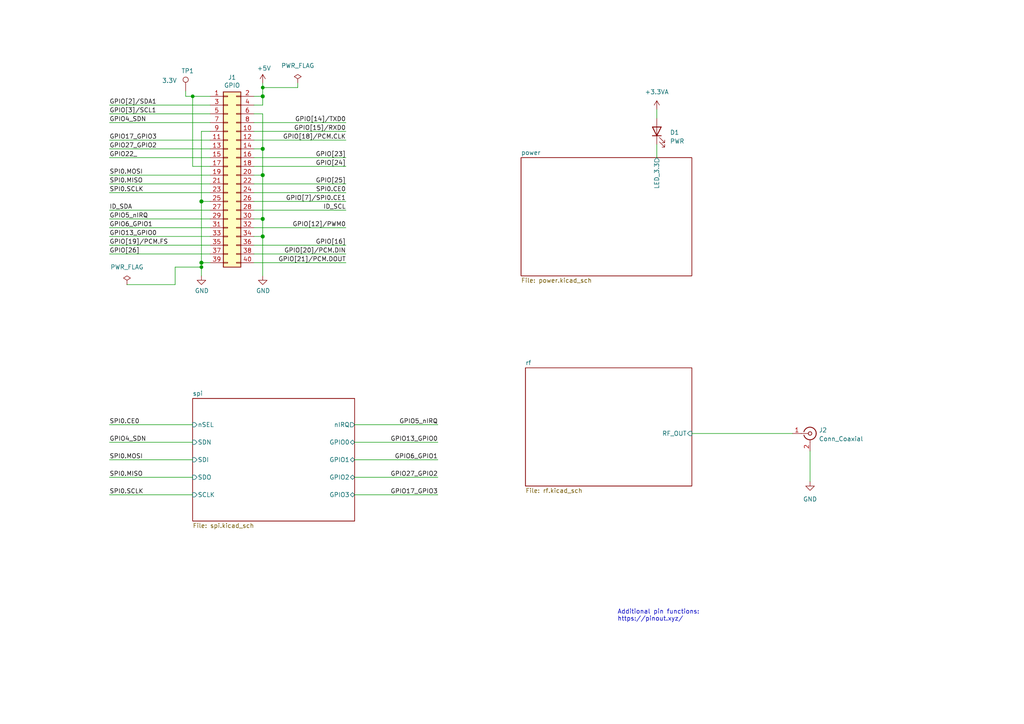
<source format=kicad_sch>
(kicad_sch (version 20211123) (generator eeschema)

  (uuid e63e39d7-6ac0-4ffd-8aa3-1841a4541b55)

  (paper "A4")

  (title_block
    (date "15 nov 2012")
  )

  (lib_symbols
    (symbol "Connector:Conn_Coaxial" (pin_names (offset 1.016) hide) (in_bom yes) (on_board yes)
      (property "Reference" "J" (id 0) (at 0.254 3.048 0)
        (effects (font (size 1.27 1.27)))
      )
      (property "Value" "Conn_Coaxial" (id 1) (at 2.921 0 90)
        (effects (font (size 1.27 1.27)))
      )
      (property "Footprint" "" (id 2) (at 0 0 0)
        (effects (font (size 1.27 1.27)) hide)
      )
      (property "Datasheet" " ~" (id 3) (at 0 0 0)
        (effects (font (size 1.27 1.27)) hide)
      )
      (property "ki_keywords" "BNC SMA SMB SMC LEMO coaxial connector CINCH RCA" (id 4) (at 0 0 0)
        (effects (font (size 1.27 1.27)) hide)
      )
      (property "ki_description" "coaxial connector (BNC, SMA, SMB, SMC, Cinch/RCA, LEMO, ...)" (id 5) (at 0 0 0)
        (effects (font (size 1.27 1.27)) hide)
      )
      (property "ki_fp_filters" "*BNC* *SMA* *SMB* *SMC* *Cinch* *LEMO*" (id 6) (at 0 0 0)
        (effects (font (size 1.27 1.27)) hide)
      )
      (symbol "Conn_Coaxial_0_1"
        (arc (start -1.778 -0.508) (mid 0.2311 -1.8066) (end 1.778 0)
          (stroke (width 0.254) (type default) (color 0 0 0 0))
          (fill (type none))
        )
        (polyline
          (pts
            (xy -2.54 0)
            (xy -0.508 0)
          )
          (stroke (width 0) (type default) (color 0 0 0 0))
          (fill (type none))
        )
        (polyline
          (pts
            (xy 0 -2.54)
            (xy 0 -1.778)
          )
          (stroke (width 0) (type default) (color 0 0 0 0))
          (fill (type none))
        )
        (circle (center 0 0) (radius 0.508)
          (stroke (width 0.2032) (type default) (color 0 0 0 0))
          (fill (type none))
        )
        (arc (start 1.778 0) (mid 0.2099 1.8101) (end -1.778 0.508)
          (stroke (width 0.254) (type default) (color 0 0 0 0))
          (fill (type none))
        )
      )
      (symbol "Conn_Coaxial_1_1"
        (pin passive line (at -5.08 0 0) (length 2.54)
          (name "In" (effects (font (size 1.27 1.27))))
          (number "1" (effects (font (size 1.27 1.27))))
        )
        (pin passive line (at 0 -5.08 90) (length 2.54)
          (name "Ext" (effects (font (size 1.27 1.27))))
          (number "2" (effects (font (size 1.27 1.27))))
        )
      )
    )
    (symbol "Connector:TestPoint" (pin_numbers hide) (pin_names (offset 0.762) hide) (in_bom yes) (on_board yes)
      (property "Reference" "TP" (id 0) (at 0 6.858 0)
        (effects (font (size 1.27 1.27)))
      )
      (property "Value" "TestPoint" (id 1) (at 0 5.08 0)
        (effects (font (size 1.27 1.27)))
      )
      (property "Footprint" "" (id 2) (at 5.08 0 0)
        (effects (font (size 1.27 1.27)) hide)
      )
      (property "Datasheet" "~" (id 3) (at 5.08 0 0)
        (effects (font (size 1.27 1.27)) hide)
      )
      (property "ki_keywords" "test point tp" (id 4) (at 0 0 0)
        (effects (font (size 1.27 1.27)) hide)
      )
      (property "ki_description" "test point" (id 5) (at 0 0 0)
        (effects (font (size 1.27 1.27)) hide)
      )
      (property "ki_fp_filters" "Pin* Test*" (id 6) (at 0 0 0)
        (effects (font (size 1.27 1.27)) hide)
      )
      (symbol "TestPoint_0_1"
        (circle (center 0 3.302) (radius 0.762)
          (stroke (width 0) (type default) (color 0 0 0 0))
          (fill (type none))
        )
      )
      (symbol "TestPoint_1_1"
        (pin passive line (at 0 0 90) (length 2.54)
          (name "1" (effects (font (size 1.27 1.27))))
          (number "1" (effects (font (size 1.27 1.27))))
        )
      )
    )
    (symbol "Connector_Generic:Conn_02x20_Odd_Even" (pin_names (offset 1.016) hide) (in_bom yes) (on_board yes)
      (property "Reference" "J" (id 0) (at 1.27 25.4 0)
        (effects (font (size 1.27 1.27)))
      )
      (property "Value" "Conn_02x20_Odd_Even" (id 1) (at 1.27 -27.94 0)
        (effects (font (size 1.27 1.27)))
      )
      (property "Footprint" "" (id 2) (at 0 0 0)
        (effects (font (size 1.27 1.27)) hide)
      )
      (property "Datasheet" "~" (id 3) (at 0 0 0)
        (effects (font (size 1.27 1.27)) hide)
      )
      (property "ki_keywords" "connector" (id 4) (at 0 0 0)
        (effects (font (size 1.27 1.27)) hide)
      )
      (property "ki_description" "Generic connector, double row, 02x20, odd/even pin numbering scheme (row 1 odd numbers, row 2 even numbers), script generated (kicad-library-utils/schlib/autogen/connector/)" (id 5) (at 0 0 0)
        (effects (font (size 1.27 1.27)) hide)
      )
      (property "ki_fp_filters" "Connector*:*_2x??_*" (id 6) (at 0 0 0)
        (effects (font (size 1.27 1.27)) hide)
      )
      (symbol "Conn_02x20_Odd_Even_1_1"
        (rectangle (start -1.27 -25.273) (end 0 -25.527)
          (stroke (width 0.1524) (type default) (color 0 0 0 0))
          (fill (type none))
        )
        (rectangle (start -1.27 -22.733) (end 0 -22.987)
          (stroke (width 0.1524) (type default) (color 0 0 0 0))
          (fill (type none))
        )
        (rectangle (start -1.27 -20.193) (end 0 -20.447)
          (stroke (width 0.1524) (type default) (color 0 0 0 0))
          (fill (type none))
        )
        (rectangle (start -1.27 -17.653) (end 0 -17.907)
          (stroke (width 0.1524) (type default) (color 0 0 0 0))
          (fill (type none))
        )
        (rectangle (start -1.27 -15.113) (end 0 -15.367)
          (stroke (width 0.1524) (type default) (color 0 0 0 0))
          (fill (type none))
        )
        (rectangle (start -1.27 -12.573) (end 0 -12.827)
          (stroke (width 0.1524) (type default) (color 0 0 0 0))
          (fill (type none))
        )
        (rectangle (start -1.27 -10.033) (end 0 -10.287)
          (stroke (width 0.1524) (type default) (color 0 0 0 0))
          (fill (type none))
        )
        (rectangle (start -1.27 -7.493) (end 0 -7.747)
          (stroke (width 0.1524) (type default) (color 0 0 0 0))
          (fill (type none))
        )
        (rectangle (start -1.27 -4.953) (end 0 -5.207)
          (stroke (width 0.1524) (type default) (color 0 0 0 0))
          (fill (type none))
        )
        (rectangle (start -1.27 -2.413) (end 0 -2.667)
          (stroke (width 0.1524) (type default) (color 0 0 0 0))
          (fill (type none))
        )
        (rectangle (start -1.27 0.127) (end 0 -0.127)
          (stroke (width 0.1524) (type default) (color 0 0 0 0))
          (fill (type none))
        )
        (rectangle (start -1.27 2.667) (end 0 2.413)
          (stroke (width 0.1524) (type default) (color 0 0 0 0))
          (fill (type none))
        )
        (rectangle (start -1.27 5.207) (end 0 4.953)
          (stroke (width 0.1524) (type default) (color 0 0 0 0))
          (fill (type none))
        )
        (rectangle (start -1.27 7.747) (end 0 7.493)
          (stroke (width 0.1524) (type default) (color 0 0 0 0))
          (fill (type none))
        )
        (rectangle (start -1.27 10.287) (end 0 10.033)
          (stroke (width 0.1524) (type default) (color 0 0 0 0))
          (fill (type none))
        )
        (rectangle (start -1.27 12.827) (end 0 12.573)
          (stroke (width 0.1524) (type default) (color 0 0 0 0))
          (fill (type none))
        )
        (rectangle (start -1.27 15.367) (end 0 15.113)
          (stroke (width 0.1524) (type default) (color 0 0 0 0))
          (fill (type none))
        )
        (rectangle (start -1.27 17.907) (end 0 17.653)
          (stroke (width 0.1524) (type default) (color 0 0 0 0))
          (fill (type none))
        )
        (rectangle (start -1.27 20.447) (end 0 20.193)
          (stroke (width 0.1524) (type default) (color 0 0 0 0))
          (fill (type none))
        )
        (rectangle (start -1.27 22.987) (end 0 22.733)
          (stroke (width 0.1524) (type default) (color 0 0 0 0))
          (fill (type none))
        )
        (rectangle (start -1.27 24.13) (end 3.81 -26.67)
          (stroke (width 0.254) (type default) (color 0 0 0 0))
          (fill (type background))
        )
        (rectangle (start 3.81 -25.273) (end 2.54 -25.527)
          (stroke (width 0.1524) (type default) (color 0 0 0 0))
          (fill (type none))
        )
        (rectangle (start 3.81 -22.733) (end 2.54 -22.987)
          (stroke (width 0.1524) (type default) (color 0 0 0 0))
          (fill (type none))
        )
        (rectangle (start 3.81 -20.193) (end 2.54 -20.447)
          (stroke (width 0.1524) (type default) (color 0 0 0 0))
          (fill (type none))
        )
        (rectangle (start 3.81 -17.653) (end 2.54 -17.907)
          (stroke (width 0.1524) (type default) (color 0 0 0 0))
          (fill (type none))
        )
        (rectangle (start 3.81 -15.113) (end 2.54 -15.367)
          (stroke (width 0.1524) (type default) (color 0 0 0 0))
          (fill (type none))
        )
        (rectangle (start 3.81 -12.573) (end 2.54 -12.827)
          (stroke (width 0.1524) (type default) (color 0 0 0 0))
          (fill (type none))
        )
        (rectangle (start 3.81 -10.033) (end 2.54 -10.287)
          (stroke (width 0.1524) (type default) (color 0 0 0 0))
          (fill (type none))
        )
        (rectangle (start 3.81 -7.493) (end 2.54 -7.747)
          (stroke (width 0.1524) (type default) (color 0 0 0 0))
          (fill (type none))
        )
        (rectangle (start 3.81 -4.953) (end 2.54 -5.207)
          (stroke (width 0.1524) (type default) (color 0 0 0 0))
          (fill (type none))
        )
        (rectangle (start 3.81 -2.413) (end 2.54 -2.667)
          (stroke (width 0.1524) (type default) (color 0 0 0 0))
          (fill (type none))
        )
        (rectangle (start 3.81 0.127) (end 2.54 -0.127)
          (stroke (width 0.1524) (type default) (color 0 0 0 0))
          (fill (type none))
        )
        (rectangle (start 3.81 2.667) (end 2.54 2.413)
          (stroke (width 0.1524) (type default) (color 0 0 0 0))
          (fill (type none))
        )
        (rectangle (start 3.81 5.207) (end 2.54 4.953)
          (stroke (width 0.1524) (type default) (color 0 0 0 0))
          (fill (type none))
        )
        (rectangle (start 3.81 7.747) (end 2.54 7.493)
          (stroke (width 0.1524) (type default) (color 0 0 0 0))
          (fill (type none))
        )
        (rectangle (start 3.81 10.287) (end 2.54 10.033)
          (stroke (width 0.1524) (type default) (color 0 0 0 0))
          (fill (type none))
        )
        (rectangle (start 3.81 12.827) (end 2.54 12.573)
          (stroke (width 0.1524) (type default) (color 0 0 0 0))
          (fill (type none))
        )
        (rectangle (start 3.81 15.367) (end 2.54 15.113)
          (stroke (width 0.1524) (type default) (color 0 0 0 0))
          (fill (type none))
        )
        (rectangle (start 3.81 17.907) (end 2.54 17.653)
          (stroke (width 0.1524) (type default) (color 0 0 0 0))
          (fill (type none))
        )
        (rectangle (start 3.81 20.447) (end 2.54 20.193)
          (stroke (width 0.1524) (type default) (color 0 0 0 0))
          (fill (type none))
        )
        (rectangle (start 3.81 22.987) (end 2.54 22.733)
          (stroke (width 0.1524) (type default) (color 0 0 0 0))
          (fill (type none))
        )
        (pin passive line (at -5.08 22.86 0) (length 3.81)
          (name "Pin_1" (effects (font (size 1.27 1.27))))
          (number "1" (effects (font (size 1.27 1.27))))
        )
        (pin passive line (at 7.62 12.7 180) (length 3.81)
          (name "Pin_10" (effects (font (size 1.27 1.27))))
          (number "10" (effects (font (size 1.27 1.27))))
        )
        (pin passive line (at -5.08 10.16 0) (length 3.81)
          (name "Pin_11" (effects (font (size 1.27 1.27))))
          (number "11" (effects (font (size 1.27 1.27))))
        )
        (pin passive line (at 7.62 10.16 180) (length 3.81)
          (name "Pin_12" (effects (font (size 1.27 1.27))))
          (number "12" (effects (font (size 1.27 1.27))))
        )
        (pin passive line (at -5.08 7.62 0) (length 3.81)
          (name "Pin_13" (effects (font (size 1.27 1.27))))
          (number "13" (effects (font (size 1.27 1.27))))
        )
        (pin passive line (at 7.62 7.62 180) (length 3.81)
          (name "Pin_14" (effects (font (size 1.27 1.27))))
          (number "14" (effects (font (size 1.27 1.27))))
        )
        (pin passive line (at -5.08 5.08 0) (length 3.81)
          (name "Pin_15" (effects (font (size 1.27 1.27))))
          (number "15" (effects (font (size 1.27 1.27))))
        )
        (pin passive line (at 7.62 5.08 180) (length 3.81)
          (name "Pin_16" (effects (font (size 1.27 1.27))))
          (number "16" (effects (font (size 1.27 1.27))))
        )
        (pin passive line (at -5.08 2.54 0) (length 3.81)
          (name "Pin_17" (effects (font (size 1.27 1.27))))
          (number "17" (effects (font (size 1.27 1.27))))
        )
        (pin passive line (at 7.62 2.54 180) (length 3.81)
          (name "Pin_18" (effects (font (size 1.27 1.27))))
          (number "18" (effects (font (size 1.27 1.27))))
        )
        (pin passive line (at -5.08 0 0) (length 3.81)
          (name "Pin_19" (effects (font (size 1.27 1.27))))
          (number "19" (effects (font (size 1.27 1.27))))
        )
        (pin passive line (at 7.62 22.86 180) (length 3.81)
          (name "Pin_2" (effects (font (size 1.27 1.27))))
          (number "2" (effects (font (size 1.27 1.27))))
        )
        (pin passive line (at 7.62 0 180) (length 3.81)
          (name "Pin_20" (effects (font (size 1.27 1.27))))
          (number "20" (effects (font (size 1.27 1.27))))
        )
        (pin passive line (at -5.08 -2.54 0) (length 3.81)
          (name "Pin_21" (effects (font (size 1.27 1.27))))
          (number "21" (effects (font (size 1.27 1.27))))
        )
        (pin passive line (at 7.62 -2.54 180) (length 3.81)
          (name "Pin_22" (effects (font (size 1.27 1.27))))
          (number "22" (effects (font (size 1.27 1.27))))
        )
        (pin passive line (at -5.08 -5.08 0) (length 3.81)
          (name "Pin_23" (effects (font (size 1.27 1.27))))
          (number "23" (effects (font (size 1.27 1.27))))
        )
        (pin passive line (at 7.62 -5.08 180) (length 3.81)
          (name "Pin_24" (effects (font (size 1.27 1.27))))
          (number "24" (effects (font (size 1.27 1.27))))
        )
        (pin passive line (at -5.08 -7.62 0) (length 3.81)
          (name "Pin_25" (effects (font (size 1.27 1.27))))
          (number "25" (effects (font (size 1.27 1.27))))
        )
        (pin passive line (at 7.62 -7.62 180) (length 3.81)
          (name "Pin_26" (effects (font (size 1.27 1.27))))
          (number "26" (effects (font (size 1.27 1.27))))
        )
        (pin passive line (at -5.08 -10.16 0) (length 3.81)
          (name "Pin_27" (effects (font (size 1.27 1.27))))
          (number "27" (effects (font (size 1.27 1.27))))
        )
        (pin passive line (at 7.62 -10.16 180) (length 3.81)
          (name "Pin_28" (effects (font (size 1.27 1.27))))
          (number "28" (effects (font (size 1.27 1.27))))
        )
        (pin passive line (at -5.08 -12.7 0) (length 3.81)
          (name "Pin_29" (effects (font (size 1.27 1.27))))
          (number "29" (effects (font (size 1.27 1.27))))
        )
        (pin passive line (at -5.08 20.32 0) (length 3.81)
          (name "Pin_3" (effects (font (size 1.27 1.27))))
          (number "3" (effects (font (size 1.27 1.27))))
        )
        (pin passive line (at 7.62 -12.7 180) (length 3.81)
          (name "Pin_30" (effects (font (size 1.27 1.27))))
          (number "30" (effects (font (size 1.27 1.27))))
        )
        (pin passive line (at -5.08 -15.24 0) (length 3.81)
          (name "Pin_31" (effects (font (size 1.27 1.27))))
          (number "31" (effects (font (size 1.27 1.27))))
        )
        (pin passive line (at 7.62 -15.24 180) (length 3.81)
          (name "Pin_32" (effects (font (size 1.27 1.27))))
          (number "32" (effects (font (size 1.27 1.27))))
        )
        (pin passive line (at -5.08 -17.78 0) (length 3.81)
          (name "Pin_33" (effects (font (size 1.27 1.27))))
          (number "33" (effects (font (size 1.27 1.27))))
        )
        (pin passive line (at 7.62 -17.78 180) (length 3.81)
          (name "Pin_34" (effects (font (size 1.27 1.27))))
          (number "34" (effects (font (size 1.27 1.27))))
        )
        (pin passive line (at -5.08 -20.32 0) (length 3.81)
          (name "Pin_35" (effects (font (size 1.27 1.27))))
          (number "35" (effects (font (size 1.27 1.27))))
        )
        (pin passive line (at 7.62 -20.32 180) (length 3.81)
          (name "Pin_36" (effects (font (size 1.27 1.27))))
          (number "36" (effects (font (size 1.27 1.27))))
        )
        (pin passive line (at -5.08 -22.86 0) (length 3.81)
          (name "Pin_37" (effects (font (size 1.27 1.27))))
          (number "37" (effects (font (size 1.27 1.27))))
        )
        (pin passive line (at 7.62 -22.86 180) (length 3.81)
          (name "Pin_38" (effects (font (size 1.27 1.27))))
          (number "38" (effects (font (size 1.27 1.27))))
        )
        (pin passive line (at -5.08 -25.4 0) (length 3.81)
          (name "Pin_39" (effects (font (size 1.27 1.27))))
          (number "39" (effects (font (size 1.27 1.27))))
        )
        (pin passive line (at 7.62 20.32 180) (length 3.81)
          (name "Pin_4" (effects (font (size 1.27 1.27))))
          (number "4" (effects (font (size 1.27 1.27))))
        )
        (pin passive line (at 7.62 -25.4 180) (length 3.81)
          (name "Pin_40" (effects (font (size 1.27 1.27))))
          (number "40" (effects (font (size 1.27 1.27))))
        )
        (pin passive line (at -5.08 17.78 0) (length 3.81)
          (name "Pin_5" (effects (font (size 1.27 1.27))))
          (number "5" (effects (font (size 1.27 1.27))))
        )
        (pin passive line (at 7.62 17.78 180) (length 3.81)
          (name "Pin_6" (effects (font (size 1.27 1.27))))
          (number "6" (effects (font (size 1.27 1.27))))
        )
        (pin passive line (at -5.08 15.24 0) (length 3.81)
          (name "Pin_7" (effects (font (size 1.27 1.27))))
          (number "7" (effects (font (size 1.27 1.27))))
        )
        (pin passive line (at 7.62 15.24 180) (length 3.81)
          (name "Pin_8" (effects (font (size 1.27 1.27))))
          (number "8" (effects (font (size 1.27 1.27))))
        )
        (pin passive line (at -5.08 12.7 0) (length 3.81)
          (name "Pin_9" (effects (font (size 1.27 1.27))))
          (number "9" (effects (font (size 1.27 1.27))))
        )
      )
    )
    (symbol "Device:LED" (pin_numbers hide) (pin_names (offset 1.016) hide) (in_bom yes) (on_board yes)
      (property "Reference" "D" (id 0) (at 0 2.54 0)
        (effects (font (size 1.27 1.27)))
      )
      (property "Value" "LED" (id 1) (at 0 -2.54 0)
        (effects (font (size 1.27 1.27)))
      )
      (property "Footprint" "" (id 2) (at 0 0 0)
        (effects (font (size 1.27 1.27)) hide)
      )
      (property "Datasheet" "~" (id 3) (at 0 0 0)
        (effects (font (size 1.27 1.27)) hide)
      )
      (property "ki_keywords" "LED diode" (id 4) (at 0 0 0)
        (effects (font (size 1.27 1.27)) hide)
      )
      (property "ki_description" "Light emitting diode" (id 5) (at 0 0 0)
        (effects (font (size 1.27 1.27)) hide)
      )
      (property "ki_fp_filters" "LED* LED_SMD:* LED_THT:*" (id 6) (at 0 0 0)
        (effects (font (size 1.27 1.27)) hide)
      )
      (symbol "LED_0_1"
        (polyline
          (pts
            (xy -1.27 -1.27)
            (xy -1.27 1.27)
          )
          (stroke (width 0.254) (type default) (color 0 0 0 0))
          (fill (type none))
        )
        (polyline
          (pts
            (xy -1.27 0)
            (xy 1.27 0)
          )
          (stroke (width 0) (type default) (color 0 0 0 0))
          (fill (type none))
        )
        (polyline
          (pts
            (xy 1.27 -1.27)
            (xy 1.27 1.27)
            (xy -1.27 0)
            (xy 1.27 -1.27)
          )
          (stroke (width 0.254) (type default) (color 0 0 0 0))
          (fill (type none))
        )
        (polyline
          (pts
            (xy -3.048 -0.762)
            (xy -4.572 -2.286)
            (xy -3.81 -2.286)
            (xy -4.572 -2.286)
            (xy -4.572 -1.524)
          )
          (stroke (width 0) (type default) (color 0 0 0 0))
          (fill (type none))
        )
        (polyline
          (pts
            (xy -1.778 -0.762)
            (xy -3.302 -2.286)
            (xy -2.54 -2.286)
            (xy -3.302 -2.286)
            (xy -3.302 -1.524)
          )
          (stroke (width 0) (type default) (color 0 0 0 0))
          (fill (type none))
        )
      )
      (symbol "LED_1_1"
        (pin passive line (at -3.81 0 0) (length 2.54)
          (name "K" (effects (font (size 1.27 1.27))))
          (number "1" (effects (font (size 1.27 1.27))))
        )
        (pin passive line (at 3.81 0 180) (length 2.54)
          (name "A" (effects (font (size 1.27 1.27))))
          (number "2" (effects (font (size 1.27 1.27))))
        )
      )
    )
    (symbol "power:+3.3VA" (power) (pin_names (offset 0)) (in_bom yes) (on_board yes)
      (property "Reference" "#PWR" (id 0) (at 0 -3.81 0)
        (effects (font (size 1.27 1.27)) hide)
      )
      (property "Value" "+3.3VA" (id 1) (at 0 3.556 0)
        (effects (font (size 1.27 1.27)))
      )
      (property "Footprint" "" (id 2) (at 0 0 0)
        (effects (font (size 1.27 1.27)) hide)
      )
      (property "Datasheet" "" (id 3) (at 0 0 0)
        (effects (font (size 1.27 1.27)) hide)
      )
      (property "ki_keywords" "power-flag" (id 4) (at 0 0 0)
        (effects (font (size 1.27 1.27)) hide)
      )
      (property "ki_description" "Power symbol creates a global label with name \"+3.3VA\"" (id 5) (at 0 0 0)
        (effects (font (size 1.27 1.27)) hide)
      )
      (symbol "+3.3VA_0_1"
        (polyline
          (pts
            (xy -0.762 1.27)
            (xy 0 2.54)
          )
          (stroke (width 0) (type default) (color 0 0 0 0))
          (fill (type none))
        )
        (polyline
          (pts
            (xy 0 0)
            (xy 0 2.54)
          )
          (stroke (width 0) (type default) (color 0 0 0 0))
          (fill (type none))
        )
        (polyline
          (pts
            (xy 0 2.54)
            (xy 0.762 1.27)
          )
          (stroke (width 0) (type default) (color 0 0 0 0))
          (fill (type none))
        )
      )
      (symbol "+3.3VA_1_1"
        (pin power_in line (at 0 0 90) (length 0) hide
          (name "+3.3VA" (effects (font (size 1.27 1.27))))
          (number "1" (effects (font (size 1.27 1.27))))
        )
      )
    )
    (symbol "power:+5V" (power) (pin_names (offset 0)) (in_bom yes) (on_board yes)
      (property "Reference" "#PWR" (id 0) (at 0 -3.81 0)
        (effects (font (size 1.27 1.27)) hide)
      )
      (property "Value" "+5V" (id 1) (at 0 3.556 0)
        (effects (font (size 1.27 1.27)))
      )
      (property "Footprint" "" (id 2) (at 0 0 0)
        (effects (font (size 1.27 1.27)) hide)
      )
      (property "Datasheet" "" (id 3) (at 0 0 0)
        (effects (font (size 1.27 1.27)) hide)
      )
      (property "ki_keywords" "power-flag" (id 4) (at 0 0 0)
        (effects (font (size 1.27 1.27)) hide)
      )
      (property "ki_description" "Power symbol creates a global label with name \"+5V\"" (id 5) (at 0 0 0)
        (effects (font (size 1.27 1.27)) hide)
      )
      (symbol "+5V_0_1"
        (polyline
          (pts
            (xy -0.762 1.27)
            (xy 0 2.54)
          )
          (stroke (width 0) (type default) (color 0 0 0 0))
          (fill (type none))
        )
        (polyline
          (pts
            (xy 0 0)
            (xy 0 2.54)
          )
          (stroke (width 0) (type default) (color 0 0 0 0))
          (fill (type none))
        )
        (polyline
          (pts
            (xy 0 2.54)
            (xy 0.762 1.27)
          )
          (stroke (width 0) (type default) (color 0 0 0 0))
          (fill (type none))
        )
      )
      (symbol "+5V_1_1"
        (pin power_in line (at 0 0 90) (length 0) hide
          (name "+5V" (effects (font (size 1.27 1.27))))
          (number "1" (effects (font (size 1.27 1.27))))
        )
      )
    )
    (symbol "power:GND" (power) (pin_names (offset 0)) (in_bom yes) (on_board yes)
      (property "Reference" "#PWR" (id 0) (at 0 -6.35 0)
        (effects (font (size 1.27 1.27)) hide)
      )
      (property "Value" "GND" (id 1) (at 0 -3.81 0)
        (effects (font (size 1.27 1.27)))
      )
      (property "Footprint" "" (id 2) (at 0 0 0)
        (effects (font (size 1.27 1.27)) hide)
      )
      (property "Datasheet" "" (id 3) (at 0 0 0)
        (effects (font (size 1.27 1.27)) hide)
      )
      (property "ki_keywords" "power-flag" (id 4) (at 0 0 0)
        (effects (font (size 1.27 1.27)) hide)
      )
      (property "ki_description" "Power symbol creates a global label with name \"GND\" , ground" (id 5) (at 0 0 0)
        (effects (font (size 1.27 1.27)) hide)
      )
      (symbol "GND_0_1"
        (polyline
          (pts
            (xy 0 0)
            (xy 0 -1.27)
            (xy 1.27 -1.27)
            (xy 0 -2.54)
            (xy -1.27 -1.27)
            (xy 0 -1.27)
          )
          (stroke (width 0) (type default) (color 0 0 0 0))
          (fill (type none))
        )
      )
      (symbol "GND_1_1"
        (pin power_in line (at 0 0 270) (length 0) hide
          (name "GND" (effects (font (size 1.27 1.27))))
          (number "1" (effects (font (size 1.27 1.27))))
        )
      )
    )
    (symbol "power:PWR_FLAG" (power) (pin_numbers hide) (pin_names (offset 0) hide) (in_bom yes) (on_board yes)
      (property "Reference" "#FLG" (id 0) (at 0 1.905 0)
        (effects (font (size 1.27 1.27)) hide)
      )
      (property "Value" "PWR_FLAG" (id 1) (at 0 3.81 0)
        (effects (font (size 1.27 1.27)))
      )
      (property "Footprint" "" (id 2) (at 0 0 0)
        (effects (font (size 1.27 1.27)) hide)
      )
      (property "Datasheet" "~" (id 3) (at 0 0 0)
        (effects (font (size 1.27 1.27)) hide)
      )
      (property "ki_keywords" "power-flag" (id 4) (at 0 0 0)
        (effects (font (size 1.27 1.27)) hide)
      )
      (property "ki_description" "Special symbol for telling ERC where power comes from" (id 5) (at 0 0 0)
        (effects (font (size 1.27 1.27)) hide)
      )
      (symbol "PWR_FLAG_0_0"
        (pin power_out line (at 0 0 90) (length 0)
          (name "pwr" (effects (font (size 1.27 1.27))))
          (number "1" (effects (font (size 1.27 1.27))))
        )
      )
      (symbol "PWR_FLAG_0_1"
        (polyline
          (pts
            (xy 0 0)
            (xy 0 1.27)
            (xy -1.016 1.905)
            (xy 0 2.54)
            (xy 1.016 1.905)
            (xy 0 1.27)
          )
          (stroke (width 0) (type default) (color 0 0 0 0))
          (fill (type none))
        )
      )
    )
  )

  (junction (at 76.2 27.94) (diameter 1.016) (color 0 0 0 0)
    (uuid 0eaa98f0-9565-4637-ace3-42a5231b07f7)
  )
  (junction (at 76.2 43.18) (diameter 1.016) (color 0 0 0 0)
    (uuid 181abe7a-f941-42b6-bd46-aaa3131f90fb)
  )
  (junction (at 55.88 27.94) (diameter 0) (color 0 0 0 0)
    (uuid 3b7746d7-cd1e-4aaa-906d-902b8a8d0d08)
  )
  (junction (at 58.42 76.2) (diameter 1.016) (color 0 0 0 0)
    (uuid 704d6d51-bb34-4cbf-83d8-841e208048d8)
  )
  (junction (at 76.2 25.4) (diameter 0) (color 0 0 0 0)
    (uuid 7e4593b7-17fe-422b-859d-9d432cbfc670)
  )
  (junction (at 58.42 58.42) (diameter 1.016) (color 0 0 0 0)
    (uuid 8174b4de-74b1-48db-ab8e-c8432251095b)
  )
  (junction (at 76.2 68.58) (diameter 1.016) (color 0 0 0 0)
    (uuid 9340c285-5767-42d5-8b6d-63fe2a40ddf3)
  )
  (junction (at 58.42 77.47) (diameter 0) (color 0 0 0 0)
    (uuid 9f595f3f-e7bb-447e-bdcd-e58ad8afcfba)
  )
  (junction (at 76.2 63.5) (diameter 1.016) (color 0 0 0 0)
    (uuid c41b3c8b-634e-435a-b582-96b83bbd4032)
  )
  (junction (at 76.2 50.8) (diameter 1.016) (color 0 0 0 0)
    (uuid ce83728b-bebd-48c2-8734-b6a50d837931)
  )

  (wire (pts (xy 53.848 26.416) (xy 53.848 27.94))
    (stroke (width 0) (type default) (color 0 0 0 0))
    (uuid 01033565-db24-4b34-a186-03b6321616ef)
  )
  (wire (pts (xy 58.42 58.42) (xy 58.42 76.2))
    (stroke (width 0) (type solid) (color 0 0 0 0))
    (uuid 015c5535-b3ef-4c28-99b9-4f3baef056f3)
  )
  (wire (pts (xy 73.66 58.42) (xy 100.33 58.42))
    (stroke (width 0) (type solid) (color 0 0 0 0))
    (uuid 01e536fb-12ab-43ce-a95e-82675e37d4b7)
  )
  (wire (pts (xy 50.8 77.47) (xy 58.42 77.47))
    (stroke (width 0) (type default) (color 0 0 0 0))
    (uuid 04ce468f-06b1-49bd-9fe1-03d9aa19fb67)
  )
  (wire (pts (xy 60.96 40.64) (xy 31.75 40.64))
    (stroke (width 0) (type solid) (color 0 0 0 0))
    (uuid 0694ca26-7b8c-4c30-bae9-3b74fab1e60a)
  )
  (wire (pts (xy 31.75 128.27) (xy 55.88 128.27))
    (stroke (width 0) (type default) (color 0 0 0 0))
    (uuid 0845fa3b-6d62-4ac8-b467-d88d386d6d71)
  )
  (wire (pts (xy 190.5 31.75) (xy 190.5 34.29))
    (stroke (width 0) (type default) (color 0 0 0 0))
    (uuid 0c047413-1fe6-4582-b56e-8d3655b6de0d)
  )
  (wire (pts (xy 76.2 33.02) (xy 76.2 43.18))
    (stroke (width 0) (type solid) (color 0 0 0 0))
    (uuid 0d143423-c9d6-49e3-8b7d-f1137d1a3509)
  )
  (wire (pts (xy 50.8 82.55) (xy 50.8 77.47))
    (stroke (width 0) (type default) (color 0 0 0 0))
    (uuid 0dd63da9-c1fe-4d8a-91a2-30973e11a35e)
  )
  (wire (pts (xy 76.2 50.8) (xy 73.66 50.8))
    (stroke (width 0) (type solid) (color 0 0 0 0))
    (uuid 0ee91a98-576f-43c1-89f6-61acc2cb1f13)
  )
  (wire (pts (xy 76.2 63.5) (xy 76.2 68.58))
    (stroke (width 0) (type solid) (color 0 0 0 0))
    (uuid 164f1958-8ee6-4c3d-9df0-03613712fa6f)
  )
  (wire (pts (xy 76.2 50.8) (xy 76.2 63.5))
    (stroke (width 0) (type solid) (color 0 0 0 0))
    (uuid 252c2642-5979-4a84-8d39-11da2e3821fe)
  )
  (wire (pts (xy 73.66 35.56) (xy 100.33 35.56))
    (stroke (width 0) (type solid) (color 0 0 0 0))
    (uuid 2710a316-ad7d-4403-afc1-1df73ba69697)
  )
  (wire (pts (xy 58.42 38.1) (xy 58.42 58.42))
    (stroke (width 0) (type solid) (color 0 0 0 0))
    (uuid 29651976-85fe-45df-9d6a-4d640774cbbc)
  )
  (wire (pts (xy 234.95 130.81) (xy 234.95 139.7))
    (stroke (width 0) (type default) (color 0 0 0 0))
    (uuid 298d9f79-c624-44ec-bab3-71087e4f140b)
  )
  (wire (pts (xy 76.2 25.4) (xy 76.2 27.94))
    (stroke (width 0) (type solid) (color 0 0 0 0))
    (uuid 2b5f011e-8902-457f-af29-d9459b6369f7)
  )
  (wire (pts (xy 102.87 133.35) (xy 127 133.35))
    (stroke (width 0) (type default) (color 0 0 0 0))
    (uuid 2d0ab045-b330-46d2-90bd-c7c708e11d36)
  )
  (wire (pts (xy 200.66 125.73) (xy 229.87 125.73))
    (stroke (width 0) (type default) (color 0 0 0 0))
    (uuid 2feaa31d-cad2-4271-a526-caec9f4139c9)
  )
  (wire (pts (xy 58.42 38.1) (xy 60.96 38.1))
    (stroke (width 0) (type solid) (color 0 0 0 0))
    (uuid 335bbf29-f5b7-4e5a-993a-a34ce5ab5756)
  )
  (wire (pts (xy 73.66 55.88) (xy 100.33 55.88))
    (stroke (width 0) (type solid) (color 0 0 0 0))
    (uuid 3522f983-faf4-44f4-900c-086a3d364c60)
  )
  (wire (pts (xy 60.96 60.96) (xy 31.75 60.96))
    (stroke (width 0) (type solid) (color 0 0 0 0))
    (uuid 37ae508e-6121-46a7-8162-5c727675dd10)
  )
  (wire (pts (xy 31.75 63.5) (xy 60.96 63.5))
    (stroke (width 0) (type solid) (color 0 0 0 0))
    (uuid 3b2261b8-cc6a-4f24-9a9d-8411b13f362c)
  )
  (wire (pts (xy 55.88 27.94) (xy 60.96 27.94))
    (stroke (width 0) (type default) (color 0 0 0 0))
    (uuid 3eb63260-6787-4f40-8f3c-137657a6d8b8)
  )
  (wire (pts (xy 58.42 58.42) (xy 60.96 58.42))
    (stroke (width 0) (type solid) (color 0 0 0 0))
    (uuid 46f8757d-31ce-45ba-9242-48e76c9438b1)
  )
  (wire (pts (xy 73.66 45.72) (xy 100.33 45.72))
    (stroke (width 0) (type solid) (color 0 0 0 0))
    (uuid 4c544204-3530-479b-b097-35aa046ba896)
  )
  (wire (pts (xy 73.66 76.2) (xy 100.33 76.2))
    (stroke (width 0) (type solid) (color 0 0 0 0))
    (uuid 55a29370-8495-4737-906c-8b505e228668)
  )
  (wire (pts (xy 58.42 76.2) (xy 58.42 77.47))
    (stroke (width 0) (type solid) (color 0 0 0 0))
    (uuid 55b53b1d-809a-4a85-8714-920d35727332)
  )
  (wire (pts (xy 31.75 43.18) (xy 60.96 43.18))
    (stroke (width 0) (type solid) (color 0 0 0 0))
    (uuid 55d9c53c-6409-4360-8797-b4f7b28c4137)
  )
  (wire (pts (xy 76.2 68.58) (xy 73.66 68.58))
    (stroke (width 0) (type solid) (color 0 0 0 0))
    (uuid 62f43b49-7566-4f4c-b16f-9b95531f6d28)
  )
  (wire (pts (xy 31.75 33.02) (xy 60.96 33.02))
    (stroke (width 0) (type solid) (color 0 0 0 0))
    (uuid 67559638-167e-4f06-9757-aeeebf7e8930)
  )
  (wire (pts (xy 31.75 55.88) (xy 60.96 55.88))
    (stroke (width 0) (type solid) (color 0 0 0 0))
    (uuid 6c897b01-6835-4bf3-885d-4b22704f8f6e)
  )
  (wire (pts (xy 31.75 133.35) (xy 55.88 133.35))
    (stroke (width 0) (type default) (color 0 0 0 0))
    (uuid 7044633f-bb56-40c9-8dfd-b39868397035)
  )
  (wire (pts (xy 55.88 48.26) (xy 60.96 48.26))
    (stroke (width 0) (type solid) (color 0 0 0 0))
    (uuid 707b993a-397a-40ee-bc4e-978ea0af003d)
  )
  (wire (pts (xy 60.96 30.48) (xy 31.75 30.48))
    (stroke (width 0) (type solid) (color 0 0 0 0))
    (uuid 73aefdad-91c2-4f5e-80c2-3f1cf4134807)
  )
  (wire (pts (xy 76.2 27.94) (xy 76.2 30.48))
    (stroke (width 0) (type solid) (color 0 0 0 0))
    (uuid 7645e45b-ebbd-4531-92c9-9c38081bbf8d)
  )
  (wire (pts (xy 76.2 43.18) (xy 76.2 50.8))
    (stroke (width 0) (type solid) (color 0 0 0 0))
    (uuid 7aed86fe-31d5-4139-a0b1-020ce61800b6)
  )
  (wire (pts (xy 73.66 40.64) (xy 100.33 40.64))
    (stroke (width 0) (type solid) (color 0 0 0 0))
    (uuid 7d1a0af8-a3d8-4dbb-9873-21a280e175b7)
  )
  (wire (pts (xy 76.2 43.18) (xy 73.66 43.18))
    (stroke (width 0) (type solid) (color 0 0 0 0))
    (uuid 7dd33798-d6eb-48c4-8355-bbeae3353a44)
  )
  (wire (pts (xy 86.36 24.13) (xy 86.36 25.4))
    (stroke (width 0) (type default) (color 0 0 0 0))
    (uuid 80a6c702-4261-4b20-b4f7-21d2afae23af)
  )
  (wire (pts (xy 76.2 24.13) (xy 76.2 25.4))
    (stroke (width 0) (type solid) (color 0 0 0 0))
    (uuid 825ec672-c6b3-4524-894f-bfac8191e641)
  )
  (wire (pts (xy 102.87 143.51) (xy 127 143.51))
    (stroke (width 0) (type default) (color 0 0 0 0))
    (uuid 8330caa4-60e9-4833-b626-6fb3c73d4370)
  )
  (wire (pts (xy 31.75 35.56) (xy 60.96 35.56))
    (stroke (width 0) (type solid) (color 0 0 0 0))
    (uuid 85bd9bea-9b41-4249-9626-26358781edd8)
  )
  (wire (pts (xy 76.2 27.94) (xy 73.66 27.94))
    (stroke (width 0) (type solid) (color 0 0 0 0))
    (uuid 8846d55b-57bd-4185-9629-4525ca309ac0)
  )
  (wire (pts (xy 55.88 27.94) (xy 55.88 48.26))
    (stroke (width 0) (type solid) (color 0 0 0 0))
    (uuid 8930c626-5f36-458c-88ae-90e6918556cc)
  )
  (wire (pts (xy 31.75 143.51) (xy 55.88 143.51))
    (stroke (width 0) (type default) (color 0 0 0 0))
    (uuid 8a38fddd-4290-4c4e-b819-35871fa18aff)
  )
  (wire (pts (xy 73.66 48.26) (xy 100.33 48.26))
    (stroke (width 0) (type solid) (color 0 0 0 0))
    (uuid 8b129051-97ca-49cd-adf8-4efb5043fabb)
  )
  (wire (pts (xy 73.66 38.1) (xy 100.33 38.1))
    (stroke (width 0) (type solid) (color 0 0 0 0))
    (uuid 8ccbbafc-2cdc-415a-ac78-6ccd25489208)
  )
  (wire (pts (xy 31.75 45.72) (xy 60.96 45.72))
    (stroke (width 0) (type solid) (color 0 0 0 0))
    (uuid 9705171e-2fe8-4d02-a114-94335e138862)
  )
  (wire (pts (xy 31.75 53.34) (xy 60.96 53.34))
    (stroke (width 0) (type solid) (color 0 0 0 0))
    (uuid 98a1aa7c-68bd-4966-834d-f673bb2b8d39)
  )
  (wire (pts (xy 31.75 66.04) (xy 60.96 66.04))
    (stroke (width 0) (type solid) (color 0 0 0 0))
    (uuid a571c038-3cc2-4848-b404-365f2f7338be)
  )
  (wire (pts (xy 31.75 123.19) (xy 55.88 123.19))
    (stroke (width 0) (type default) (color 0 0 0 0))
    (uuid a5bcc05a-68a3-43cd-a0a5-e562d56cb4c3)
  )
  (wire (pts (xy 76.2 30.48) (xy 73.66 30.48))
    (stroke (width 0) (type solid) (color 0 0 0 0))
    (uuid a82219f8-a00b-446a-aba9-4cd0a8dd81f2)
  )
  (wire (pts (xy 53.848 27.94) (xy 55.88 27.94))
    (stroke (width 0) (type default) (color 0 0 0 0))
    (uuid a86efe4a-4ba3-47b0-b772-9e6a48f95190)
  )
  (wire (pts (xy 31.75 71.12) (xy 60.96 71.12))
    (stroke (width 0) (type solid) (color 0 0 0 0))
    (uuid b07bae11-81ae-4941-a5ed-27fd323486e6)
  )
  (wire (pts (xy 31.75 138.43) (xy 55.88 138.43))
    (stroke (width 0) (type default) (color 0 0 0 0))
    (uuid b24188e8-a580-4a4f-9579-52fe6327bd89)
  )
  (wire (pts (xy 73.66 71.12) (xy 100.33 71.12))
    (stroke (width 0) (type solid) (color 0 0 0 0))
    (uuid b36591f4-a77c-49fb-84e3-ce0d65ee7c7c)
  )
  (wire (pts (xy 102.87 123.19) (xy 127 123.19))
    (stroke (width 0) (type default) (color 0 0 0 0))
    (uuid b44f1fab-3daa-45d2-b2e3-f0d3f161e3b7)
  )
  (wire (pts (xy 73.66 66.04) (xy 100.33 66.04))
    (stroke (width 0) (type solid) (color 0 0 0 0))
    (uuid b73bbc85-9c79-4ab1-bfa9-ba86dc5a73fe)
  )
  (wire (pts (xy 58.42 76.2) (xy 60.96 76.2))
    (stroke (width 0) (type solid) (color 0 0 0 0))
    (uuid b8286aaf-3086-41e1-a5dc-8f8a05589eb9)
  )
  (wire (pts (xy 58.42 77.47) (xy 58.42 80.01))
    (stroke (width 0) (type solid) (color 0 0 0 0))
    (uuid b8422b4b-a86a-411b-afd6-7b9e12581dba)
  )
  (wire (pts (xy 73.66 73.66) (xy 100.33 73.66))
    (stroke (width 0) (type solid) (color 0 0 0 0))
    (uuid bc7a73bf-d271-462c-8196-ea5c7867515d)
  )
  (wire (pts (xy 102.87 128.27) (xy 127 128.27))
    (stroke (width 0) (type default) (color 0 0 0 0))
    (uuid bf257f14-752b-49f8-836b-563f3349f25b)
  )
  (wire (pts (xy 76.2 33.02) (xy 73.66 33.02))
    (stroke (width 0) (type solid) (color 0 0 0 0))
    (uuid c15b519d-5e2e-489c-91b6-d8ff3e8343cb)
  )
  (wire (pts (xy 31.75 73.66) (xy 60.96 73.66))
    (stroke (width 0) (type solid) (color 0 0 0 0))
    (uuid c373340b-844b-44cd-869b-a1267d366977)
  )
  (wire (pts (xy 86.36 25.4) (xy 76.2 25.4))
    (stroke (width 0) (type default) (color 0 0 0 0))
    (uuid da0f864c-c0f8-4347-9c92-913f5b1d106f)
  )
  (wire (pts (xy 76.2 68.58) (xy 76.2 80.01))
    (stroke (width 0) (type solid) (color 0 0 0 0))
    (uuid ddb5ec2a-613c-4ee5-b250-77656b088e84)
  )
  (wire (pts (xy 73.66 53.34) (xy 100.33 53.34))
    (stroke (width 0) (type solid) (color 0 0 0 0))
    (uuid df2cdc6b-e26c-482b-83a5-6c3aa0b9bc90)
  )
  (wire (pts (xy 60.96 68.58) (xy 31.75 68.58))
    (stroke (width 0) (type solid) (color 0 0 0 0))
    (uuid df3b4a97-babc-4be9-b107-e59b56293dde)
  )
  (wire (pts (xy 76.2 63.5) (xy 73.66 63.5))
    (stroke (width 0) (type solid) (color 0 0 0 0))
    (uuid e93ad2ad-5587-4125-b93d-270df22eadfa)
  )
  (wire (pts (xy 60.96 50.8) (xy 31.75 50.8))
    (stroke (width 0) (type solid) (color 0 0 0 0))
    (uuid f9be6c8e-7532-415b-be21-5f82d7d7f74e)
  )
  (wire (pts (xy 73.66 60.96) (xy 100.33 60.96))
    (stroke (width 0) (type solid) (color 0 0 0 0))
    (uuid f9e11340-14c0-4808-933b-bc348b73b18e)
  )
  (wire (pts (xy 36.83 82.55) (xy 50.8 82.55))
    (stroke (width 0) (type default) (color 0 0 0 0))
    (uuid fb184c97-9ed8-40f1-9325-e60fac081a52)
  )
  (wire (pts (xy 102.87 138.43) (xy 127 138.43))
    (stroke (width 0) (type default) (color 0 0 0 0))
    (uuid fb8eaf0e-d0b9-4381-8e87-19268530639f)
  )
  (wire (pts (xy 190.5 41.91) (xy 190.5 45.72))
    (stroke (width 0) (type default) (color 0 0 0 0))
    (uuid ff8ec723-88f7-4d7f-9f60-e4bd681cda54)
  )

  (text "Additional pin functions:\nhttps://pinout.xyz/" (at 179.07 180.34 0)
    (effects (font (size 1.27 1.27)) (justify left bottom))
    (uuid 36e2c557-2c2a-4fba-9b6f-1167ab8ec281)
  )

  (label "ID_SDA" (at 31.75 60.96 0)
    (effects (font (size 1.27 1.27)) (justify left bottom))
    (uuid 0a44feb6-de6a-4996-b011-73867d835568)
  )
  (label "GPIO6_GPIO1" (at 31.75 66.04 0)
    (effects (font (size 1.27 1.27)) (justify left bottom))
    (uuid 0bec16b3-1718-4967-abb5-89274b1e4c31)
  )
  (label "SPI0.SCLK" (at 31.75 143.51 0)
    (effects (font (size 1.27 1.27)) (justify left bottom))
    (uuid 1e46380c-8046-479c-bcd3-22beb47b6ac2)
  )
  (label "ID_SCL" (at 100.33 60.96 180)
    (effects (font (size 1.27 1.27)) (justify right bottom))
    (uuid 28cc0d46-7a8d-4c3b-8c53-d5a776b1d5a9)
  )
  (label "GPIO5_nIRQ" (at 31.75 63.5 0)
    (effects (font (size 1.27 1.27)) (justify left bottom))
    (uuid 29d046c2-f681-4254-89b3-1ec3aa495433)
  )
  (label "GPIO[21]{slash}PCM.DOUT" (at 100.33 76.2 180)
    (effects (font (size 1.27 1.27)) (justify right bottom))
    (uuid 31b15bb4-e7a6-46f1-aabc-e5f3cca1ba4f)
  )
  (label "GPIO[19]{slash}PCM.FS" (at 31.75 71.12 0)
    (effects (font (size 1.27 1.27)) (justify left bottom))
    (uuid 3388965f-bec1-490c-9b08-dbac9be27c37)
  )
  (label "SPI0.MOSI" (at 31.75 50.8 0)
    (effects (font (size 1.27 1.27)) (justify left bottom))
    (uuid 35a1cc8d-cefe-4fd3-8f7e-ebdbdbd072ee)
  )
  (label "SPI0.MISO" (at 31.75 53.34 0)
    (effects (font (size 1.27 1.27)) (justify left bottom))
    (uuid 3911220d-b117-4874-8479-50c0285caa70)
  )
  (label "GPIO27_GPIO2" (at 127 138.43 180)
    (effects (font (size 1.27 1.27)) (justify right bottom))
    (uuid 41475562-d29e-4e69-9cfe-1820eaa70ec5)
  )
  (label "GPIO[23]" (at 100.33 45.72 180)
    (effects (font (size 1.27 1.27)) (justify right bottom))
    (uuid 45550f58-81b3-4113-a98b-8910341c00d8)
  )
  (label "GPIO4_SDN" (at 31.75 35.56 0)
    (effects (font (size 1.27 1.27)) (justify left bottom))
    (uuid 5069ddbc-357e-4355-aaa5-a8f551963b7a)
  )
  (label "GPIO13_GPIO0" (at 127 128.27 180)
    (effects (font (size 1.27 1.27)) (justify right bottom))
    (uuid 52a7334e-8ee1-4f93-b806-816a8bb8fdde)
  )
  (label "GPIO27_GPIO2" (at 31.75 43.18 0)
    (effects (font (size 1.27 1.27)) (justify left bottom))
    (uuid 591fa762-d154-4cf7-8db7-a10b610ff12a)
  )
  (label "GPIO6_GPIO1" (at 127 133.35 180)
    (effects (font (size 1.27 1.27)) (justify right bottom))
    (uuid 5ad1680b-8a00-462e-a16e-fb32eef9b820)
  )
  (label "GPIO[26]" (at 31.75 73.66 0)
    (effects (font (size 1.27 1.27)) (justify left bottom))
    (uuid 5f2ee32f-d6d5-4b76-8935-0d57826ec36e)
  )
  (label "GPIO[14]{slash}TXD0" (at 100.33 35.56 180)
    (effects (font (size 1.27 1.27)) (justify right bottom))
    (uuid 610a05f5-0e9b-4f2c-960c-05aafdc8e1b9)
  )
  (label "SPI0.CE0" (at 100.33 55.88 180)
    (effects (font (size 1.27 1.27)) (justify right bottom))
    (uuid 64ee07d4-0247-486c-a5b0-d3d33362f168)
  )
  (label "GPIO[15]{slash}RXD0" (at 100.33 38.1 180)
    (effects (font (size 1.27 1.27)) (justify right bottom))
    (uuid 6638ca0d-5409-4e89-aef0-b0f245a25578)
  )
  (label "GPIO5_nIRQ" (at 127 123.19 180)
    (effects (font (size 1.27 1.27)) (justify right bottom))
    (uuid 68a0d37f-5ba8-4acf-9c7e-4a01e1f9fe90)
  )
  (label "GPIO[16]" (at 100.33 71.12 180)
    (effects (font (size 1.27 1.27)) (justify right bottom))
    (uuid 6a63dbe8-50e2-4ffb-a55f-e0df0f695e9b)
  )
  (label "GPIO17_GPIO3" (at 127 143.51 180)
    (effects (font (size 1.27 1.27)) (justify right bottom))
    (uuid 700a3322-b525-4c29-b374-1e1cb3f14db3)
  )
  (label "GPIO22_" (at 31.75 45.72 0)
    (effects (font (size 1.27 1.27)) (justify left bottom))
    (uuid 831c710c-4564-4e13-951a-b3746ba43c78)
  )
  (label "GPIO[2]{slash}SDA1" (at 31.75 30.48 0)
    (effects (font (size 1.27 1.27)) (justify left bottom))
    (uuid 8fb0631c-564a-4f96-b39b-2f827bb204a3)
  )
  (label "GPIO17_GPIO3" (at 31.75 40.64 0)
    (effects (font (size 1.27 1.27)) (justify left bottom))
    (uuid 9316d4cc-792f-4eb9-8a8b-1201587737ed)
  )
  (label "GPIO[25]" (at 100.33 53.34 180)
    (effects (font (size 1.27 1.27)) (justify right bottom))
    (uuid 9d507609-a820-4ac3-9e87-451a1c0e6633)
  )
  (label "GPIO[3]{slash}SCL1" (at 31.75 33.02 0)
    (effects (font (size 1.27 1.27)) (justify left bottom))
    (uuid a1cb0f9a-5b27-4e0e-bc79-c6e0ff4c58f7)
  )
  (label "GPIO[18]{slash}PCM.CLK" (at 100.33 40.64 180)
    (effects (font (size 1.27 1.27)) (justify right bottom))
    (uuid a46d6ef9-bb48-47fb-afed-157a64315177)
  )
  (label "GPIO[12]{slash}PWM0" (at 100.33 66.04 180)
    (effects (font (size 1.27 1.27)) (justify right bottom))
    (uuid a9ed66d3-a7fc-4839-b265-b9a21ee7fc85)
  )
  (label "GPIO13_GPIO0" (at 31.75 68.58 0)
    (effects (font (size 1.27 1.27)) (justify left bottom))
    (uuid b2ab078a-8774-4d1b-9381-5fcf23cc6a42)
  )
  (label "GPIO[20]{slash}PCM.DIN" (at 100.33 73.66 180)
    (effects (font (size 1.27 1.27)) (justify right bottom))
    (uuid b64a2cd2-1bcf-4d65-ac61-508537c93d3e)
  )
  (label "GPIO4_SDN" (at 31.75 128.27 0)
    (effects (font (size 1.27 1.27)) (justify left bottom))
    (uuid b64c8f3c-08e1-4374-bf3f-1a2eb2973589)
  )
  (label "GPIO[24]" (at 100.33 48.26 180)
    (effects (font (size 1.27 1.27)) (justify right bottom))
    (uuid b8e48041-ff05-4814-a4a3-fb04f84542aa)
  )
  (label "SPI0.CE0" (at 31.75 123.19 0)
    (effects (font (size 1.27 1.27)) (justify left bottom))
    (uuid be2f9a89-c791-4729-8d3b-ce4f5f924f26)
  )
  (label "GPIO[7]{slash}SPI0.CE1" (at 100.33 58.42 180)
    (effects (font (size 1.27 1.27)) (justify right bottom))
    (uuid be4b9f73-f8d2-4c28-9237-5d7e964636fa)
  )
  (label "SPI0.MISO" (at 31.75 138.43 0)
    (effects (font (size 1.27 1.27)) (justify left bottom))
    (uuid d45dafa5-3cb0-4e1b-9dbf-c77974bfee2a)
  )
  (label "SPI0.MOSI" (at 31.75 133.35 0)
    (effects (font (size 1.27 1.27)) (justify left bottom))
    (uuid da9e3c6e-4d6a-4671-a254-bc7c80390795)
  )
  (label "SPI0.SCLK" (at 31.75 55.88 0)
    (effects (font (size 1.27 1.27)) (justify left bottom))
    (uuid f9b80c2b-5447-4c6b-b35d-cb6b75fa7978)
  )

  (symbol (lib_id "power:+5V") (at 76.2 24.13 0) (unit 1)
    (in_bom yes) (on_board yes)
    (uuid 00000000-0000-0000-0000-0000580c1b61)
    (property "Reference" "#PWR02" (id 0) (at 76.2 27.94 0)
      (effects (font (size 1.27 1.27)) hide)
    )
    (property "Value" "+5V" (id 1) (at 76.5683 19.8056 0))
    (property "Footprint" "" (id 2) (at 76.2 24.13 0))
    (property "Datasheet" "" (id 3) (at 76.2 24.13 0))
    (pin "1" (uuid fd2c46a1-7aae-42a9-93da-4ab8c0ebf781))
  )

  (symbol (lib_id "power:GND") (at 76.2 80.01 0) (unit 1)
    (in_bom yes) (on_board yes)
    (uuid 00000000-0000-0000-0000-0000580c1d11)
    (property "Reference" "#PWR03" (id 0) (at 76.2 86.36 0)
      (effects (font (size 1.27 1.27)) hide)
    )
    (property "Value" "GND" (id 1) (at 76.3143 84.3344 0))
    (property "Footprint" "" (id 2) (at 76.2 80.01 0))
    (property "Datasheet" "" (id 3) (at 76.2 80.01 0))
    (pin "1" (uuid c4a8cca2-2b39-45ae-a676-abbcbbb9291c))
  )

  (symbol (lib_id "power:GND") (at 58.42 80.01 0) (unit 1)
    (in_bom yes) (on_board yes)
    (uuid 00000000-0000-0000-0000-0000580c1e01)
    (property "Reference" "#PWR01" (id 0) (at 58.42 86.36 0)
      (effects (font (size 1.27 1.27)) hide)
    )
    (property "Value" "GND" (id 1) (at 58.5343 84.3344 0))
    (property "Footprint" "" (id 2) (at 58.42 80.01 0))
    (property "Datasheet" "" (id 3) (at 58.42 80.01 0))
    (pin "1" (uuid 6d128834-dfd6-4792-956f-f932023802bf))
  )

  (symbol (lib_id "Connector_Generic:Conn_02x20_Odd_Even") (at 66.04 50.8 0) (unit 1)
    (in_bom yes) (on_board yes)
    (uuid 00000000-0000-0000-0000-000059ad464a)
    (property "Reference" "J1" (id 0) (at 67.31 22.4598 0))
    (property "Value" "GPIO" (id 1) (at 67.31 24.765 0))
    (property "Footprint" "Connector_PinSocket_2.54mm:PinSocket_2x20_P2.54mm_Vertical" (id 2) (at -57.15 74.93 0)
      (effects (font (size 1.27 1.27)) hide)
    )
    (property "Datasheet" "" (id 3) (at -57.15 74.93 0)
      (effects (font (size 1.27 1.27)) hide)
    )
    (pin "1" (uuid 8d678796-43d4-427f-808d-7fd8ec169db6))
    (pin "10" (uuid 60352f90-6662-4327-b929-2a652377970d))
    (pin "11" (uuid bcebd85f-ba9c-4326-8583-2d16e80f86cc))
    (pin "12" (uuid 374dda98-f237-42fb-9b1c-5ef014922323))
    (pin "13" (uuid dc56ad3e-bf8f-4c14-9986-bfbd814e6046))
    (pin "14" (uuid 22de7a1e-7139-424e-a08f-5637a3cbb7ec))
    (pin "15" (uuid 99d4839a-5e23-4f38-87be-cc216cfbc92e))
    (pin "16" (uuid bf484b5b-d704-482d-82b9-398bc4428b95))
    (pin "17" (uuid c90bbfc0-7eb1-4380-a651-41bf50b1220f))
    (pin "18" (uuid 03383b10-1079-4fba-8060-9f9c53c058bc))
    (pin "19" (uuid 1924e169-9490-4063-bf3c-15acdcf52237))
    (pin "2" (uuid ad7257c9-5993-4f44-95c6-bd7c1429758a))
    (pin "20" (uuid fa546df5-3653-4146-846a-6308898b49a9))
    (pin "21" (uuid 274d987a-c040-40c3-a794-43cce24b40e1))
    (pin "22" (uuid 3f3c1a2b-a960-4f18-a1ff-e16c0bb4e8be))
    (pin "23" (uuid d18e9ea2-3d2c-453b-94a1-b440c51fb517))
    (pin "24" (uuid 883cea99-bf86-4a21-b74e-d9eccfe3bb11))
    (pin "25" (uuid ee8199e5-ca85-4477-b69b-685dac4cb36f))
    (pin "26" (uuid ae88bd49-d271-451c-b711-790ae2bc916d))
    (pin "27" (uuid e65a58d0-66df-47c8-ba7a-9decf7b62352))
    (pin "28" (uuid eb06b754-7921-4ced-b398-468daefd5fe1))
    (pin "29" (uuid 41a1996f-f227-48b7-8998-5a787b954c27))
    (pin "3" (uuid 63960b0f-1103-4a28-98e8-6366c9251923))
    (pin "30" (uuid 0f40f8fe-41f2-45a3-bfad-404e1753e1a3))
    (pin "31" (uuid 875dc476-7474-4fa2-b0bc-7184c49f0cce))
    (pin "32" (uuid 2e41567c-59c4-47e5-9704-fc8ccbdf4458))
    (pin "33" (uuid 1dcb890b-0384-4fe7-a919-40b76d67acdc))
    (pin "34" (uuid 363e3701-da11-4161-8070-aecd7d8230aa))
    (pin "35" (uuid cfa5c1a9-80ca-4c9f-a2f8-811b12be8c74))
    (pin "36" (uuid 4f5db303-972a-4513-a45e-b6a6994e610f))
    (pin "37" (uuid 18afcba7-0034-4b0e-b10c-200435c7d68d))
    (pin "38" (uuid 392da693-2805-40a9-a609-3c755bbe5d4a))
    (pin "39" (uuid 89e25265-707b-4a0e-b226-275188cfb9ab))
    (pin "4" (uuid 9043cae1-a891-425f-9e97-d1c0287b6c05))
    (pin "40" (uuid ff41b223-909f-4cd3-85fa-f2247e7770d7))
    (pin "5" (uuid 0545cf6d-a304-4d68-a158-d3f4ce6a9e0e))
    (pin "6" (uuid caa3e93a-7968-4106-b2ea-bd924ef0c715))
    (pin "7" (uuid ab2f3015-05e6-4b38-b1fc-04c3e46e21e3))
    (pin "8" (uuid 47c7060d-0fda-4147-a0fd-4f06b00f4059))
    (pin "9" (uuid 782d2c1f-9599-409d-a3cc-c1b6fda247d8))
  )

  (symbol (lib_id "power:PWR_FLAG") (at 36.83 82.55 0) (unit 1)
    (in_bom yes) (on_board yes) (fields_autoplaced)
    (uuid 029aac0f-3025-4d6d-b0c0-0c755b4784f9)
    (property "Reference" "#FLG01" (id 0) (at 36.83 80.645 0)
      (effects (font (size 1.27 1.27)) hide)
    )
    (property "Value" "PWR_FLAG" (id 1) (at 36.83 77.47 0))
    (property "Footprint" "" (id 2) (at 36.83 82.55 0)
      (effects (font (size 1.27 1.27)) hide)
    )
    (property "Datasheet" "~" (id 3) (at 36.83 82.55 0)
      (effects (font (size 1.27 1.27)) hide)
    )
    (pin "1" (uuid 23192fe1-b7b0-44c2-af70-c8f618c1e3d4))
  )

  (symbol (lib_id "Device:LED") (at 190.5 38.1 90) (unit 1)
    (in_bom yes) (on_board yes) (fields_autoplaced)
    (uuid 0a5f1e8e-34e3-4b23-9968-b7859166fc5a)
    (property "Reference" "D1" (id 0) (at 194.31 38.4174 90)
      (effects (font (size 1.27 1.27)) (justify right))
    )
    (property "Value" "PWR" (id 1) (at 194.31 40.9574 90)
      (effects (font (size 1.27 1.27)) (justify right))
    )
    (property "Footprint" "Diode_SMD:D_0603_1608Metric_Pad1.05x0.95mm_HandSolder" (id 2) (at 190.5 38.1 0)
      (effects (font (size 1.27 1.27)) hide)
    )
    (property "Datasheet" "~" (id 3) (at 190.5 38.1 0)
      (effects (font (size 1.27 1.27)) hide)
    )
    (pin "1" (uuid 4d6d8feb-7fa1-441a-8938-b81d3461b060))
    (pin "2" (uuid 8ddcd3a5-1d67-4a43-b302-be670f3cce7c))
  )

  (symbol (lib_id "power:PWR_FLAG") (at 86.36 24.13 0) (unit 1)
    (in_bom yes) (on_board yes) (fields_autoplaced)
    (uuid 21735257-788e-4b38-979e-22c54ccb077b)
    (property "Reference" "#FLG02" (id 0) (at 86.36 22.225 0)
      (effects (font (size 1.27 1.27)) hide)
    )
    (property "Value" "PWR_FLAG" (id 1) (at 86.36 19.05 0))
    (property "Footprint" "" (id 2) (at 86.36 24.13 0)
      (effects (font (size 1.27 1.27)) hide)
    )
    (property "Datasheet" "~" (id 3) (at 86.36 24.13 0)
      (effects (font (size 1.27 1.27)) hide)
    )
    (pin "1" (uuid 666a8129-324c-44f0-9781-77eadebf614e))
  )

  (symbol (lib_id "power:GND") (at 234.95 139.7 0) (unit 1)
    (in_bom yes) (on_board yes) (fields_autoplaced)
    (uuid 2fbc41fe-ceae-4a70-976d-3646bfef4224)
    (property "Reference" "#PWR05" (id 0) (at 234.95 146.05 0)
      (effects (font (size 1.27 1.27)) hide)
    )
    (property "Value" "GND" (id 1) (at 234.95 144.78 0))
    (property "Footprint" "" (id 2) (at 234.95 139.7 0)
      (effects (font (size 1.27 1.27)) hide)
    )
    (property "Datasheet" "" (id 3) (at 234.95 139.7 0)
      (effects (font (size 1.27 1.27)) hide)
    )
    (pin "1" (uuid 3fc20f80-8f12-49cb-89c6-4aea181e71cb))
  )

  (symbol (lib_id "Connector:TestPoint") (at 53.848 26.416 0) (unit 1)
    (in_bom yes) (on_board yes)
    (uuid 3dfce5e6-86d8-448a-b6b5-ca2a6de745dc)
    (property "Reference" "TP1" (id 0) (at 52.578 20.574 0)
      (effects (font (size 1.27 1.27)) (justify left))
    )
    (property "Value" "3.3V" (id 1) (at 46.99 23.368 0)
      (effects (font (size 1.27 1.27)) (justify left))
    )
    (property "Footprint" "TestPoint:TestPoint_Pad_D2.5mm" (id 2) (at 58.928 26.416 0)
      (effects (font (size 1.27 1.27)) hide)
    )
    (property "Datasheet" "" (id 3) (at 58.928 26.416 0)
      (effects (font (size 1.27 1.27)) hide)
    )
    (property "Datasheet" "~" (id 4) (at 53.848 26.416 0)
      (effects (font (size 1.27 1.27)) hide)
    )
    (property "Footprint" "TestPoint:TestPoint_Pad_D2.5mm" (id 5) (at 53.848 26.416 0)
      (effects (font (size 1.27 1.27)) hide)
    )
    (property "Reference" "TP1" (id 6) (at 53.848 26.416 0)
      (effects (font (size 1.27 1.27)) hide)
    )
    (property "Value" "3.3V" (id 7) (at 53.848 26.416 0)
      (effects (font (size 1.27 1.27)) hide)
    )
    (pin "1" (uuid 416ac982-8e86-4dae-af4a-e047fc578119))
  )

  (symbol (lib_id "power:+3.3VA") (at 190.5 31.75 0) (unit 1)
    (in_bom yes) (on_board yes)
    (uuid 789ee5f7-b3b1-4239-a81b-608a92bfac08)
    (property "Reference" "#PWR04" (id 0) (at 190.5 35.56 0)
      (effects (font (size 1.27 1.27)) hide)
    )
    (property "Value" "+3.3VA" (id 1) (at 190.5 26.67 0))
    (property "Footprint" "" (id 2) (at 190.5 31.75 0)
      (effects (font (size 1.27 1.27)) hide)
    )
    (property "Datasheet" "" (id 3) (at 190.5 31.75 0)
      (effects (font (size 1.27 1.27)) hide)
    )
    (pin "1" (uuid d73d92bc-cfa3-4b7c-a5b1-cde3102ead35))
  )

  (symbol (lib_id "Connector:Conn_Coaxial") (at 234.95 125.73 0) (unit 1)
    (in_bom yes) (on_board yes) (fields_autoplaced)
    (uuid 9c2793e9-3042-422f-85c3-2316331de832)
    (property "Reference" "J2" (id 0) (at 237.49 124.7531 0)
      (effects (font (size 1.27 1.27)) (justify left))
    )
    (property "Value" "Conn_Coaxial" (id 1) (at 237.49 127.2931 0)
      (effects (font (size 1.27 1.27)) (justify left))
    )
    (property "Footprint" "Connector_Coaxial:SMA_Amphenol_132289_EdgeMount" (id 2) (at 234.95 125.73 0)
      (effects (font (size 1.27 1.27)) hide)
    )
    (property "Datasheet" " ~" (id 3) (at 234.95 125.73 0)
      (effects (font (size 1.27 1.27)) hide)
    )
    (pin "1" (uuid 399a8882-dde0-48d4-babc-c8a8673ac2e2))
    (pin "2" (uuid bdff4b1a-1e97-4944-9ff3-176052f01503))
  )

  (sheet (at 152.4 106.68) (size 48.26 34.29) (fields_autoplaced)
    (stroke (width 0.1524) (type solid) (color 0 0 0 0))
    (fill (color 0 0 0 0.0000))
    (uuid 322061fb-1291-4c29-a0fe-df8f67b6343a)
    (property "Sheet name" "rf" (id 0) (at 152.4 105.9684 0)
      (effects (font (size 1.27 1.27)) (justify left bottom))
    )
    (property "Sheet file" "rf.kicad_sch" (id 1) (at 152.4 141.5546 0)
      (effects (font (size 1.27 1.27)) (justify left top))
    )
    (pin "RF_OUT" input (at 200.66 125.73 0)
      (effects (font (size 1.27 1.27)) (justify right))
      (uuid 5ce9b806-a545-4ef0-af17-ecb27c59846b)
    )
  )

  (sheet (at 151.13 45.72) (size 49.53 34.29) (fields_autoplaced)
    (stroke (width 0.1524) (type solid) (color 0 0 0 0))
    (fill (color 0 0 0 0.0000))
    (uuid bfdb1630-eada-4dd5-a88c-5fee0d38c2ca)
    (property "Sheet name" "power" (id 0) (at 151.13 45.0084 0)
      (effects (font (size 1.27 1.27)) (justify left bottom))
    )
    (property "Sheet file" "power.kicad_sch" (id 1) (at 151.13 80.5946 0)
      (effects (font (size 1.27 1.27)) (justify left top))
    )
    (pin "LED_3.3" output (at 190.5 45.72 90)
      (effects (font (size 1.27 1.27)) (justify right))
      (uuid be9875bb-05c4-40e7-8892-baf20f1c98f3)
    )
  )

  (sheet (at 55.88 115.57) (size 46.99 35.56) (fields_autoplaced)
    (stroke (width 0.1524) (type solid) (color 0 0 0 0))
    (fill (color 0 0 0 0.0000))
    (uuid d46a5955-a2a4-4de7-8abf-38e4f774301a)
    (property "Sheet name" "spi" (id 0) (at 55.88 114.8584 0)
      (effects (font (size 1.27 1.27)) (justify left bottom))
    )
    (property "Sheet file" "spi.kicad_sch" (id 1) (at 55.88 151.7146 0)
      (effects (font (size 1.27 1.27)) (justify left top))
    )
    (pin "nSEL" input (at 55.88 123.19 180)
      (effects (font (size 1.27 1.27)) (justify left))
      (uuid 04cd439a-85d7-4d12-b21a-d3312987611f)
    )
    (pin "SDN" input (at 55.88 128.27 180)
      (effects (font (size 1.27 1.27)) (justify left))
      (uuid 7b1ad35e-0592-4c63-b9db-88eb9ee9cc7d)
    )
    (pin "SDI" input (at 55.88 133.35 180)
      (effects (font (size 1.27 1.27)) (justify left))
      (uuid 039e56a6-af2c-4c32-b91e-0bdb5a37607d)
    )
    (pin "SDO" input (at 55.88 138.43 180)
      (effects (font (size 1.27 1.27)) (justify left))
      (uuid 39ee8f05-cd32-49c6-923d-9228823ffb36)
    )
    (pin "SCLK" input (at 55.88 143.51 180)
      (effects (font (size 1.27 1.27)) (justify left))
      (uuid 87196609-9991-4e70-ba32-3312c1e1d8c1)
    )
    (pin "nIRQ" output (at 102.87 123.19 0)
      (effects (font (size 1.27 1.27)) (justify right))
      (uuid d7aeb98d-afe5-4a3f-8fb0-488c1147d2be)
    )
    (pin "GPIO0" bidirectional (at 102.87 128.27 0)
      (effects (font (size 1.27 1.27)) (justify right))
      (uuid 719c30e8-cc34-409a-996d-9aea1709c589)
    )
    (pin "GPIO1" bidirectional (at 102.87 133.35 0)
      (effects (font (size 1.27 1.27)) (justify right))
      (uuid f0e69087-c834-439c-98e2-6604555614bd)
    )
    (pin "GPIO3" bidirectional (at 102.87 143.51 0)
      (effects (font (size 1.27 1.27)) (justify right))
      (uuid da61d983-f779-4c20-b7a7-be43bb3c0017)
    )
    (pin "GPIO2" bidirectional (at 102.87 138.43 0)
      (effects (font (size 1.27 1.27)) (justify right))
      (uuid dc0d119d-2590-4a08-8247-a3fa116f6f4e)
    )
  )

  (sheet_instances
    (path "/" (page "1"))
    (path "/322061fb-1291-4c29-a0fe-df8f67b6343a" (page "2"))
    (path "/bfdb1630-eada-4dd5-a88c-5fee0d38c2ca" (page "3"))
    (path "/d46a5955-a2a4-4de7-8abf-38e4f774301a" (page "4"))
  )

  (symbol_instances
    (path "/029aac0f-3025-4d6d-b0c0-0c755b4784f9"
      (reference "#FLG01") (unit 1) (value "PWR_FLAG") (footprint "")
    )
    (path "/21735257-788e-4b38-979e-22c54ccb077b"
      (reference "#FLG02") (unit 1) (value "PWR_FLAG") (footprint "")
    )
    (path "/bfdb1630-eada-4dd5-a88c-5fee0d38c2ca/dd8ad05a-c525-498e-b07c-bca941c4a207"
      (reference "#FLG03") (unit 1) (value "PWR_FLAG") (footprint "")
    )
    (path "/bfdb1630-eada-4dd5-a88c-5fee0d38c2ca/593cca36-f0b9-4fca-83b2-2c7a00e02765"
      (reference "#FLG04") (unit 1) (value "PWR_FLAG") (footprint "")
    )
    (path "/00000000-0000-0000-0000-0000580c1e01"
      (reference "#PWR01") (unit 1) (value "GND") (footprint "")
    )
    (path "/00000000-0000-0000-0000-0000580c1b61"
      (reference "#PWR02") (unit 1) (value "+5V") (footprint "")
    )
    (path "/00000000-0000-0000-0000-0000580c1d11"
      (reference "#PWR03") (unit 1) (value "GND") (footprint "")
    )
    (path "/789ee5f7-b3b1-4239-a81b-608a92bfac08"
      (reference "#PWR04") (unit 1) (value "+3.3VA") (footprint "")
    )
    (path "/2fbc41fe-ceae-4a70-976d-3646bfef4224"
      (reference "#PWR05") (unit 1) (value "GND") (footprint "")
    )
    (path "/322061fb-1291-4c29-a0fe-df8f67b6343a/ac6be7d5-3664-4f3a-973f-e4018e5a8616"
      (reference "#PWR06") (unit 1) (value "+3.3VA") (footprint "")
    )
    (path "/322061fb-1291-4c29-a0fe-df8f67b6343a/e7762f9b-668c-41f7-b60b-5fbc78f6fa0d"
      (reference "#PWR07") (unit 1) (value "GND") (footprint "")
    )
    (path "/322061fb-1291-4c29-a0fe-df8f67b6343a/3a228f88-74be-44d9-8cc3-e2202144ec63"
      (reference "#PWR08") (unit 1) (value "+3.3VA") (footprint "")
    )
    (path "/322061fb-1291-4c29-a0fe-df8f67b6343a/ecb593c4-61ea-486f-80bd-4e6c09e4ab7e"
      (reference "#PWR09") (unit 1) (value "GND") (footprint "")
    )
    (path "/322061fb-1291-4c29-a0fe-df8f67b6343a/cd9f0c15-cb4b-4442-be56-2c0ab8a8b8e8"
      (reference "#PWR010") (unit 1) (value "GND") (footprint "")
    )
    (path "/322061fb-1291-4c29-a0fe-df8f67b6343a/8c21416e-b8a5-4b6c-b30e-434630a9f8a5"
      (reference "#PWR011") (unit 1) (value "GND") (footprint "")
    )
    (path "/322061fb-1291-4c29-a0fe-df8f67b6343a/247b4d77-5b6b-43ba-8406-d84f51ebcbf5"
      (reference "#PWR012") (unit 1) (value "GND") (footprint "")
    )
    (path "/322061fb-1291-4c29-a0fe-df8f67b6343a/072d3c56-a297-4e68-958e-71940e431294"
      (reference "#PWR013") (unit 1) (value "GND") (footprint "")
    )
    (path "/322061fb-1291-4c29-a0fe-df8f67b6343a/8504aea5-ce20-43b0-b56e-35e4e4b4f9bf"
      (reference "#PWR014") (unit 1) (value "GND") (footprint "")
    )
    (path "/322061fb-1291-4c29-a0fe-df8f67b6343a/ccc1790d-15b1-4916-bdab-e0cbc310e577"
      (reference "#PWR015") (unit 1) (value "GND") (footprint "")
    )
    (path "/322061fb-1291-4c29-a0fe-df8f67b6343a/0ab8128c-f4ec-479d-b65f-4ea15cc1355c"
      (reference "#PWR016") (unit 1) (value "GND") (footprint "")
    )
    (path "/bfdb1630-eada-4dd5-a88c-5fee0d38c2ca/68f1c3d4-98e2-4db4-9785-08e8cce8b7ec"
      (reference "#PWR017") (unit 1) (value "+5V") (footprint "")
    )
    (path "/bfdb1630-eada-4dd5-a88c-5fee0d38c2ca/5f7b214d-f9a0-4b9e-a31f-5cea0b4e98ef"
      (reference "#PWR018") (unit 1) (value "GND") (footprint "")
    )
    (path "/bfdb1630-eada-4dd5-a88c-5fee0d38c2ca/6ef02c8f-62ed-4364-aca5-ddbb548d6498"
      (reference "#PWR019") (unit 1) (value "+3.3VA") (footprint "")
    )
    (path "/bfdb1630-eada-4dd5-a88c-5fee0d38c2ca/3ce2f21d-5d7e-49bd-a01c-027239f772d0"
      (reference "#PWR020") (unit 1) (value "GND") (footprint "")
    )
    (path "/bfdb1630-eada-4dd5-a88c-5fee0d38c2ca/bb156bb9-fd4e-4193-864e-4a2c2b4ca8f1"
      (reference "#PWR021") (unit 1) (value "GND") (footprint "")
    )
    (path "/bfdb1630-eada-4dd5-a88c-5fee0d38c2ca/9d31949e-4466-4c59-992f-01255e2ffe75"
      (reference "#PWR022") (unit 1) (value "GND") (footprint "")
    )
    (path "/bfdb1630-eada-4dd5-a88c-5fee0d38c2ca/86fc31bf-afb3-4837-8efd-9863b5bf3d45"
      (reference "#PWR023") (unit 1) (value "GND") (footprint "")
    )
    (path "/bfdb1630-eada-4dd5-a88c-5fee0d38c2ca/f4547d34-5825-4ebb-90b8-01e25353ec63"
      (reference "#PWR024") (unit 1) (value "GND") (footprint "")
    )
    (path "/bfdb1630-eada-4dd5-a88c-5fee0d38c2ca/cfb6af30-eb81-4b2a-829b-8d52e78465f3"
      (reference "#PWR025") (unit 1) (value "+3.3VA") (footprint "")
    )
    (path "/d46a5955-a2a4-4de7-8abf-38e4f774301a/e7355bea-f59a-4c54-aa69-f4fe29153940"
      (reference "#PWR026") (unit 1) (value "GND") (footprint "")
    )
    (path "/322061fb-1291-4c29-a0fe-df8f67b6343a/2ea38a2d-3bd6-4c19-b112-615702cc412f"
      (reference "C1") (unit 1) (value "471") (footprint "Capacitor_SMD:C_0603_1608Metric_Pad1.08x0.95mm_HandSolder")
    )
    (path "/322061fb-1291-4c29-a0fe-df8f67b6343a/fcfc3fd5-4e23-42df-b931-2d3a67d00dc8"
      (reference "C2") (unit 1) (value "471") (footprint "Capacitor_SMD:C_0603_1608Metric_Pad1.08x0.95mm_HandSolder")
    )
    (path "/322061fb-1291-4c29-a0fe-df8f67b6343a/216fe0f9-eed8-440d-a9f8-15d46b9ff831"
      (reference "C3") (unit 1) (value "13pF") (footprint "Capacitor_SMD:C_0603_1608Metric_Pad1.08x0.95mm_HandSolder")
    )
    (path "/322061fb-1291-4c29-a0fe-df8f67b6343a/51c52f0b-65c3-47f9-93a9-ba0c3543539d"
      (reference "C4") (unit 1) (value "22pF") (footprint "Capacitor_SMD:C_0603_1608Metric_Pad1.08x0.95mm_HandSolder")
    )
    (path "/322061fb-1291-4c29-a0fe-df8f67b6343a/1ca55d96-b63f-4d05-ae88-bcd09d2f8314"
      (reference "C5") (unit 1) (value "3.6pF") (footprint "Capacitor_SMD:C_0603_1608Metric_Pad1.08x0.95mm_HandSolder")
    )
    (path "/322061fb-1291-4c29-a0fe-df8f67b6343a/e474dc6d-ccda-4871-8a6d-afc9fee5bb25"
      (reference "C6") (unit 1) (value "22pF") (footprint "Capacitor_SMD:C_0603_1608Metric_Pad1.08x0.95mm_HandSolder")
    )
    (path "/322061fb-1291-4c29-a0fe-df8f67b6343a/5f1ffb60-8983-417d-93fc-2ea568b87ffc"
      (reference "C7") (unit 1) (value "2.4pF") (footprint "Capacitor_SMD:C_0603_1608Metric_Pad1.08x0.95mm_HandSolder")
    )
    (path "/322061fb-1291-4c29-a0fe-df8f67b6343a/bf1bbed8-5728-4388-848e-b764bc4cb693"
      (reference "C8") (unit 1) (value "13pF") (footprint "Capacitor_SMD:C_0603_1608Metric_Pad1.08x0.95mm_HandSolder")
    )
    (path "/322061fb-1291-4c29-a0fe-df8f67b6343a/ce495a64-fbe6-423b-ab8f-22b33a3aeb66"
      (reference "C9") (unit 1) (value "471") (footprint "Capacitor_SMD:C_0603_1608Metric_Pad1.08x0.95mm_HandSolder")
    )
    (path "/bfdb1630-eada-4dd5-a88c-5fee0d38c2ca/cf14a374-631e-40d9-92d3-22ff4070d67c"
      (reference "C10") (unit 1) (value "105") (footprint "Capacitor_SMD:C_0603_1608Metric_Pad1.08x0.95mm_HandSolder")
    )
    (path "/bfdb1630-eada-4dd5-a88c-5fee0d38c2ca/759b2999-b69d-4da7-bf3a-fe2ed55d4141"
      (reference "C11") (unit 1) (value "105") (footprint "Capacitor_SMD:C_0603_1608Metric_Pad1.08x0.95mm_HandSolder")
    )
    (path "/bfdb1630-eada-4dd5-a88c-5fee0d38c2ca/95248bb2-f60c-400c-b2c1-179b335fa279"
      (reference "C12") (unit 1) (value "101") (footprint "Capacitor_SMD:C_0603_1608Metric_Pad1.08x0.95mm_HandSolder")
    )
    (path "/bfdb1630-eada-4dd5-a88c-5fee0d38c2ca/ee7f9d31-2a9e-489e-b398-c2fbc0eccdd9"
      (reference "C13") (unit 1) (value "471") (footprint "Capacitor_SMD:C_0603_1608Metric_Pad1.08x0.95mm_HandSolder")
    )
    (path "/bfdb1630-eada-4dd5-a88c-5fee0d38c2ca/1ab43676-f851-464c-8aed-8715daf4c7a6"
      (reference "C14") (unit 1) (value "104") (footprint "Capacitor_SMD:C_0603_1608Metric_Pad1.08x0.95mm_HandSolder")
    )
    (path "/bfdb1630-eada-4dd5-a88c-5fee0d38c2ca/5a575380-1226-47ce-879a-8416d2b57f0c"
      (reference "C15") (unit 1) (value "104") (footprint "Capacitor_SMD:C_0603_1608Metric_Pad1.08x0.95mm_HandSolder")
    )
    (path "/bfdb1630-eada-4dd5-a88c-5fee0d38c2ca/39b8db23-dd64-4824-a8fb-a712c2991559"
      (reference "C16") (unit 1) (value "225") (footprint "Capacitor_SMD:C_0603_1608Metric_Pad1.08x0.95mm_HandSolder")
    )
    (path "/0a5f1e8e-34e3-4b23-9968-b7859166fc5a"
      (reference "D1") (unit 1) (value "PWR") (footprint "Diode_SMD:D_0603_1608Metric_Pad1.05x0.95mm_HandSolder")
    )
    (path "/322061fb-1291-4c29-a0fe-df8f67b6343a/196ad2a0-dc9c-4662-835f-04e206396281"
      (reference "D2") (unit 1) (value "LED") (footprint "Diode_SMD:D_0603_1608Metric_Pad1.05x0.95mm_HandSolder")
    )
    (path "/00000000-0000-0000-0000-000059ad464a"
      (reference "J1") (unit 1) (value "GPIO") (footprint "Connector_PinSocket_2.54mm:PinSocket_2x20_P2.54mm_Vertical")
    )
    (path "/9c2793e9-3042-422f-85c3-2316331de832"
      (reference "J2") (unit 1) (value "Conn_Coaxial") (footprint "Connector_Coaxial:SMA_Amphenol_132289_EdgeMount")
    )
    (path "/322061fb-1291-4c29-a0fe-df8f67b6343a/abf340d7-1a61-424c-9ae0-3575f01756ac"
      (reference "J3") (unit 1) (value "RFShield_TwoPieces") (footprint "RF_Shielding:Laird_Technologies_BMI-S-205-F_38.10x25.40mm")
    )
    (path "/322061fb-1291-4c29-a0fe-df8f67b6343a/f3172dfc-788a-4bf2-b09f-a149239fa4bf"
      (reference "L1") (unit 1) (value "390nH") (footprint "Inductor_SMD:L_0603_1608Metric_Pad1.05x0.95mm_HandSolder")
    )
    (path "/322061fb-1291-4c29-a0fe-df8f67b6343a/36161059-4bd8-4273-bc43-10825e2c1f91"
      (reference "L2") (unit 1) (value "100nH") (footprint "Inductor_SMD:L_0603_1608Metric_Pad1.05x0.95mm_HandSolder")
    )
    (path "/322061fb-1291-4c29-a0fe-df8f67b6343a/9d783690-7182-453c-bfa1-f4950dfc9928"
      (reference "L3") (unit 1) (value "56nH") (footprint "Inductor_SMD:L_0603_1608Metric_Pad1.05x0.95mm_HandSolder")
    )
    (path "/322061fb-1291-4c29-a0fe-df8f67b6343a/ff24d690-2554-436b-818e-eff9a4b1f508"
      (reference "L4") (unit 1) (value "82nH") (footprint "Inductor_SMD:L_0603_1608Metric_Pad1.05x0.95mm_HandSolder")
    )
    (path "/322061fb-1291-4c29-a0fe-df8f67b6343a/102ffdc0-0037-4c0e-881e-647cd229b6ab"
      (reference "L5") (unit 1) (value "56nH") (footprint "Inductor_SMD:L_0603_1608Metric_Pad1.05x0.95mm_HandSolder")
    )
    (path "/322061fb-1291-4c29-a0fe-df8f67b6343a/adafa558-d56c-46bd-ae4a-0f755184d88f"
      (reference "L6") (unit 1) (value "33nH") (footprint "Inductor_SMD:L_0603_1608Metric_Pad1.05x0.95mm_HandSolder")
    )
    (path "/322061fb-1291-4c29-a0fe-df8f67b6343a/e2495869-5071-4bbe-9ef8-e3b24767b6dc"
      (reference "Q1") (unit 1) (value "Q_NMOS_GSD") (footprint "Package_TO_SOT_SMD:SOT-23")
    )
    (path "/322061fb-1291-4c29-a0fe-df8f67b6343a/48547302-3685-427b-baa3-fd4898c3ed2d"
      (reference "R1") (unit 1) (value "2.2k") (footprint "Resistor_SMD:R_0603_1608Metric_Pad0.98x0.95mm_HandSolder")
    )
    (path "/322061fb-1291-4c29-a0fe-df8f67b6343a/7e820009-e230-465d-9046-2610dae433db"
      (reference "R2") (unit 1) (value "10k") (footprint "Resistor_SMD:R_0603_1608Metric_Pad0.98x0.95mm_HandSolder")
    )
    (path "/322061fb-1291-4c29-a0fe-df8f67b6343a/a79a6052-443f-46bc-8b7c-649344f66c61"
      (reference "R3") (unit 1) (value "271") (footprint "Resistor_SMD:R_0603_1608Metric_Pad0.98x0.95mm_HandSolder")
    )
    (path "/322061fb-1291-4c29-a0fe-df8f67b6343a/8066ec98-1b2d-47ee-9c88-8487182e0c64"
      (reference "R4") (unit 1) (value "50") (footprint "Resistor_SMD:R_0603_1608Metric_Pad0.98x0.95mm_HandSolder")
    )
    (path "/bfdb1630-eada-4dd5-a88c-5fee0d38c2ca/1cbbd162-ac33-411d-90ba-e44dc895c995"
      (reference "R5") (unit 1) (value "0") (footprint "Resistor_SMD:R_0603_1608Metric_Pad0.98x0.95mm_HandSolder")
    )
    (path "/bfdb1630-eada-4dd5-a88c-5fee0d38c2ca/b5eba8e9-4074-45b3-b1fd-351ea5cf0809"
      (reference "R6") (unit 1) (value "0") (footprint "Resistor_SMD:R_0603_1608Metric_Pad0.98x0.95mm_HandSolder")
    )
    (path "/bfdb1630-eada-4dd5-a88c-5fee0d38c2ca/313db6c7-b0a6-4ae6-9635-9215c70507cc"
      (reference "R7") (unit 1) (value "391") (footprint "Resistor_SMD:R_0603_1608Metric_Pad0.98x0.95mm_HandSolder")
    )
    (path "/bfdb1630-eada-4dd5-a88c-5fee0d38c2ca/3eece3ce-6001-4a62-a480-325b74d88b18"
      (reference "R8") (unit 1) (value "4R7") (footprint "Resistor_SMD:R_0603_1608Metric_Pad0.98x0.95mm_HandSolder")
    )
    (path "/d46a5955-a2a4-4de7-8abf-38e4f774301a/84207315-f211-4145-b5e8-b89b3ff330a2"
      (reference "R9") (unit 1) (value "47") (footprint "Resistor_SMD:R_0603_1608Metric_Pad0.98x0.95mm_HandSolder")
    )
    (path "/d46a5955-a2a4-4de7-8abf-38e4f774301a/5f5503fd-0daf-46b5-b97b-1836dc7e4beb"
      (reference "R10") (unit 1) (value "39") (footprint "Resistor_SMD:R_0603_1608Metric_Pad0.98x0.95mm_HandSolder")
    )
    (path "/d46a5955-a2a4-4de7-8abf-38e4f774301a/adaa894c-0235-45b6-9e96-43d1361c175b"
      (reference "R11") (unit 1) (value "39") (footprint "Resistor_SMD:R_0603_1608Metric_Pad0.98x0.95mm_HandSolder")
    )
    (path "/d46a5955-a2a4-4de7-8abf-38e4f774301a/8fd519d9-27e9-4328-9d3a-de902faf43ce"
      (reference "R12") (unit 1) (value "39") (footprint "Resistor_SMD:R_0603_1608Metric_Pad0.98x0.95mm_HandSolder")
    )
    (path "/d46a5955-a2a4-4de7-8abf-38e4f774301a/5e39bb75-de18-4168-825d-622d393e1962"
      (reference "R13") (unit 1) (value "47") (footprint "Resistor_SMD:R_0603_1608Metric_Pad0.98x0.95mm_HandSolder")
    )
    (path "/d46a5955-a2a4-4de7-8abf-38e4f774301a/33c4ced7-f34d-405d-9880-7166bfde47df"
      (reference "R14") (unit 1) (value "47") (footprint "Resistor_SMD:R_0603_1608Metric_Pad0.98x0.95mm_HandSolder")
    )
    (path "/d46a5955-a2a4-4de7-8abf-38e4f774301a/84302816-bb36-44b8-9ebc-e47cd015d4c6"
      (reference "R15") (unit 1) (value "47") (footprint "Resistor_SMD:R_0603_1608Metric_Pad0.98x0.95mm_HandSolder")
    )
    (path "/d46a5955-a2a4-4de7-8abf-38e4f774301a/1f487a3b-fc30-419f-9e75-9f1ae9c4a624"
      (reference "R16") (unit 1) (value "47") (footprint "Resistor_SMD:R_0603_1608Metric_Pad0.98x0.95mm_HandSolder")
    )
    (path "/d46a5955-a2a4-4de7-8abf-38e4f774301a/ae3ca8ae-612a-4909-8768-e7edd1077f09"
      (reference "R17") (unit 1) (value "47") (footprint "Resistor_SMD:R_0603_1608Metric_Pad0.98x0.95mm_HandSolder")
    )
    (path "/d46a5955-a2a4-4de7-8abf-38e4f774301a/ef336ffd-03cb-4238-b9b0-410933419939"
      (reference "R18") (unit 1) (value "47") (footprint "Resistor_SMD:R_0603_1608Metric_Pad0.98x0.95mm_HandSolder")
    )
    (path "/3dfce5e6-86d8-448a-b6b5-ca2a6de745dc"
      (reference "TP1") (unit 1) (value "3.3V") (footprint "TestPoint:TestPoint_Pad_D2.5mm")
    )
    (path "/322061fb-1291-4c29-a0fe-df8f67b6343a/c5cffce2-a95e-4da2-886a-f5943e74d53a"
      (reference "TP2") (unit 1) (value "TXRAMP") (footprint "TestPoint:TestPoint_Pad_D1.5mm")
    )
    (path "/322061fb-1291-4c29-a0fe-df8f67b6343a/a8f43aa6-c87c-4c9f-978c-862e4b349e51"
      (reference "TP3") (unit 1) (value "GND") (footprint "TestPoint:TestPoint_Pad_D2.5mm")
    )
    (path "/322061fb-1291-4c29-a0fe-df8f67b6343a/8e991814-2094-4006-8ef5-4baaa1bc1614"
      (reference "TP4") (unit 1) (value "GND") (footprint "TestPoint:TestPoint_Pad_D2.5mm")
    )
    (path "/d46a5955-a2a4-4de7-8abf-38e4f774301a/165a7c0d-0702-433d-a1ed-51f92c8cbf05"
      (reference "TP5") (unit 1) (value "nSEL") (footprint "TestPoint:TestPoint_Pad_D2.5mm")
    )
    (path "/d46a5955-a2a4-4de7-8abf-38e4f774301a/5e8d7216-edbf-4668-ba03-de15f857cd68"
      (reference "TP6") (unit 1) (value "SDI") (footprint "TestPoint:TestPoint_Pad_D2.5mm")
    )
    (path "/d46a5955-a2a4-4de7-8abf-38e4f774301a/c4b42345-7911-4490-b83d-2c1d68ccec12"
      (reference "TP7") (unit 1) (value "GND") (footprint "TestPoint:TestPoint_Pad_D2.5mm")
    )
    (path "/d46a5955-a2a4-4de7-8abf-38e4f774301a/09b724fd-fbe2-4da9-a92d-32e26dc06b05"
      (reference "TP8") (unit 1) (value "SDO") (footprint "TestPoint:TestPoint_Pad_D2.5mm")
    )
    (path "/d46a5955-a2a4-4de7-8abf-38e4f774301a/6a830eb9-c573-43a0-b749-f069a9c22b6c"
      (reference "TP9") (unit 1) (value "SCLK") (footprint "TestPoint:TestPoint_Pad_D2.5mm")
    )
    (path "/d46a5955-a2a4-4de7-8abf-38e4f774301a/0fd2b259-844c-4f35-a817-fcf925fcfdb2"
      (reference "TP10") (unit 1) (value "SDN") (footprint "TestPoint:TestPoint_Pad_D2.5mm")
    )
    (path "/d46a5955-a2a4-4de7-8abf-38e4f774301a/be893c30-f5ec-42c1-a626-de939755a800"
      (reference "TP11") (unit 1) (value "nIRQ") (footprint "TestPoint:TestPoint_Pad_D2.5mm")
    )
    (path "/d46a5955-a2a4-4de7-8abf-38e4f774301a/81e07939-0495-43ff-a10d-bcf95c438d70"
      (reference "TP12") (unit 1) (value "GPIO0") (footprint "TestPoint:TestPoint_Pad_D2.5mm")
    )
    (path "/d46a5955-a2a4-4de7-8abf-38e4f774301a/38a82e4e-2a31-4c20-a194-ef383ecc09ad"
      (reference "TP13") (unit 1) (value "GPIO1") (footprint "TestPoint:TestPoint_Pad_D2.5mm")
    )
    (path "/d46a5955-a2a4-4de7-8abf-38e4f774301a/91faddb7-38c9-430f-b11c-028a9458f866"
      (reference "TP14") (unit 1) (value "GPIO2") (footprint "TestPoint:TestPoint_Pad_D2.5mm")
    )
    (path "/d46a5955-a2a4-4de7-8abf-38e4f774301a/1e3b2d89-f2c5-458e-8f2c-359bf25dd618"
      (reference "TP15") (unit 1) (value "GPIO3") (footprint "TestPoint:TestPoint_Pad_D2.5mm")
    )
    (path "/d46a5955-a2a4-4de7-8abf-38e4f774301a/22baf410-d736-43f2-b50b-bdbafdb12b8d"
      (reference "U1") (unit 1) (value "Si4063") (footprint "Package_DFN_QFN:QFN-20-1EP_4x4mm_P0.5mm_EP2.6x2.6mm")
    )
    (path "/bfdb1630-eada-4dd5-a88c-5fee0d38c2ca/a40cee87-1634-428a-91c8-f0c79865bb24"
      (reference "U1") (unit 2) (value "Si4063") (footprint "Package_DFN_QFN:QFN-20-1EP_4x4mm_P0.5mm_EP2.6x2.6mm")
    )
    (path "/322061fb-1291-4c29-a0fe-df8f67b6343a/070cfea8-7c87-43f5-ab21-23d5616c6a68"
      (reference "U1") (unit 3) (value "Si4063") (footprint "Package_DFN_QFN:QFN-20-1EP_4x4mm_P0.5mm_EP2.6x2.6mm")
    )
    (path "/bfdb1630-eada-4dd5-a88c-5fee0d38c2ca/198bd876-efa9-4e83-9b61-33184d121b46"
      (reference "U2") (unit 1) (value "MIC5365-3.3YD5") (footprint "Package_TO_SOT_SMD:SOT-23-5")
    )
    (path "/bfdb1630-eada-4dd5-a88c-5fee0d38c2ca/b4db48ed-8f03-423c-9805-9b4d075df8c6"
      (reference "Y1") (unit 1) (value "30MHz") (footprint "Crystal:Crystal_SMD_2520-4Pin_2.5x2.0mm")
    )
  )
)

</source>
